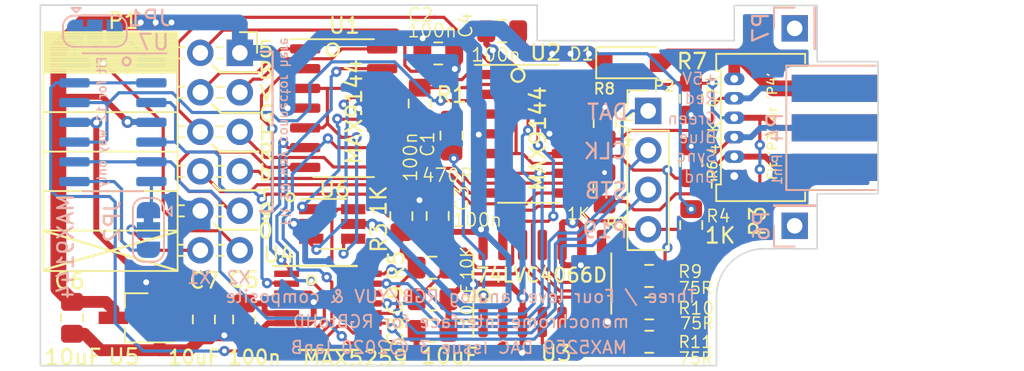
<source format=kicad_pcb>
(kicad_pcb (version 20171130) (host pcbnew 5.1.5+dfsg1-2build2)
  (layers (0 F.Cu signal) (31 B.Cu signal) (34 B.Paste user hide) (35 F.Paste user) (36 B.SilkS user hide) (37 F.SilkS user) (38 B.Mask user hide) (39 F.Mask user) (44 Edge.Cuts user))
  (net 0 "")
  (net 1 /GND)
  (net 2 /SYNC)
  (net 3 /BLUE)
  (net 4 /GREEN)
  (net 5 /RED)
  (net 6 /BRED)
  (net 7 /BGREEN)
  (net 8 /BBLUE)
  (net 9 /VSYNC)
  (net 10 /VANALOG)
  (net 11 /ASYNC)
  (net 12 /ARED)
  (net 13 /AGREEN)
  (net 14 /ABLUE)
  (net 15 "Net-(P6-Pad1)")
  (net 16 /REFSYNC)
  (net 17 /GPIO22_STB)
  (net 18 /GPIO0_DAT)
  (net 19 /VCC)
  (net 20 /GPIO1_CLK)
  (net 21 /CLAMPLVL)
  (net 22 /CGREEN)
  (net 23 /CLAMP)
  (net 24 /REFGYSYNC)
  (net 25 /REFRBUVLO)
  (net 26 /REFRBUVHI)
  (net 27 /REFGYHI)
  (net 28 /REFGYLO)
  (net 29 "Net-(U4-Pad14)")
  (net 30 /VCC_IN)
  (net 31 /SPARE)
  (net 32 /TERM)
  (net 33 /VCLAMP)
  (net 34 /SGREEN)
  (net 35 "Net-(JP1-Pad3)")
  (net 36 "Net-(JP1-Pad1)")
  (net 37 "Net-(JP2-Pad1)")
  (net 38 "Net-(JP2-Pad3)")
  (net 39 "Net-(R9-Pad2)")
  (net 40 "Net-(R10-Pad2)")
  (net 41 "Net-(R11-Pad2)")
  (net 42 "Net-(P7-Pad1)")
  (net 43 /X2)
  (net 44 /X1)
  (module Package_SO:SOIC-14_3.9x8.7mm_P1.27mm (layer F.Cu) (at 47.034 37.93236)
    (fp_text reference U1 (at 0.043 -5.3064) (layer F.SilkS))
    (fp_text value MAX9144 (at 0.668 0.2436 90) (layer F.SilkS))
    (pad 1 smd roundrect (at -2.475 -3.81) (size 1.95 0.6) (layers F.Cu F.Paste F.Mask) (net 4 /GREEN))
    (pad 2 smd roundrect (at -2.475 -2.54) (size 1.95 0.6) (layers F.Cu F.Paste F.Mask) (net 27 /REFGYHI))
    (pad 3 smd roundrect (at -2.475 -1.27) (size 1.95 0.6) (layers F.Cu F.Paste F.Mask) (net 34 /SGREEN))
    (pad 4 smd roundrect (at -2.475 0) (size 1.95 0.6) (layers F.Cu F.Paste F.Mask) (net 19 /VCC))
    (pad 5 smd roundrect (at -2.475 1.27) (size 1.95 0.6) (layers F.Cu F.Paste F.Mask) (net 34 /SGREEN))
    (pad 6 smd roundrect (at -2.475 2.54) (size 1.95 0.6) (layers F.Cu F.Paste F.Mask) (net 28 /REFGYLO))
    (pad 7 smd roundrect (at -2.475 3.81) (size 1.95 0.6) (layers F.Cu F.Paste F.Mask) (net 7 /BGREEN))
    (pad 8 smd roundrect (at 2.475 3.81) (size 1.95 0.6) (layers F.Cu F.Paste F.Mask) (net 2 /SYNC))
    (pad 9 smd roundrect (at 2.475 2.54) (size 1.95 0.6) (layers F.Cu F.Paste F.Mask) (net 16 /REFSYNC))
    (pad 10 smd roundrect (at 2.475 1.27) (size 1.95 0.6) (layers F.Cu F.Paste F.Mask) (net 11 /ASYNC))
    (pad 11 smd roundrect (at 2.475 0) (size 1.95 0.6) (layers F.Cu F.Paste F.Mask) (net 1 /GND))
    (pad 12 smd roundrect (at 2.475 -1.27) (size 1.95 0.6) (layers F.Cu F.Paste F.Mask) (net 34 /SGREEN))
    (pad 13 smd roundrect (at 2.475 -2.54) (size 1.95 0.6) (layers F.Cu F.Paste F.Mask) (net 24 /REFGYSYNC))
    (pad 14 smd roundrect (at 2.475 -3.81) (size 1.95 0.6) (layers F.Cu F.Paste F.Mask) (net 9 /VSYNC))
  )
  (module Capacitor_SMD:C_0805_2012Metric_Pad1.15x1.40mm_HandSolder (layer F.Cu) (at 53.0792 44.86656 90)
    (fp_text reference C3 (at 1.1156 1.5478 270) (layer F.SilkS) (effects (font (size 0.85 0.85) (thickness 0.1))))
    (fp_text value 100n (at -0.2594 2.5478 180) (layer F.SilkS) (effects (font (size 0.85 0.85) (thickness 0.1))))
    (pad 2 smd roundrect (at 1.025 0 90) (size 1.15 1.4) (layers F.Cu F.Paste F.Mask) (roundrect_rratio 0.217391) (net 1 /GND))
    (pad 1 smd roundrect (at -1.025 0 90) (size 1.15 1.4) (layers F.Cu F.Paste F.Mask) (roundrect_rratio 0.217391) (net 19 /VCC))
  )
  (module Connector_PinHeader_2.54mm:PinHeader_1x04_P2.54mm_Vertical (layer F.Cu) (at 66.6174 38.11016)
    (fp_text reference P2 (at 1.016 -1.6002) (layer F.SilkS) (effects (font (size 0.7 0.7) (thickness 0.12))))
    (fp_text value Conn_01x04 hide)
    (pad 4 thru_hole oval (at 0 7.62) (size 1.7 1.7) (drill 1) (layers *.Cu *.Mask) (net 23 /CLAMP))
    (pad 3 thru_hole oval (at 0 5.08) (size 1.7 1.7) (drill 1) (layers *.Cu *.Mask) (net 17 /GPIO22_STB))
    (pad 2 thru_hole oval (at 0 2.54) (size 1.7 1.7) (drill 1) (layers *.Cu *.Mask) (net 20 /GPIO1_CLK))
    (pad 1 thru_hole rect (at 0 0) (size 1.7 1.7) (drill 1) (layers *.Cu *.Mask) (net 18 /GPIO0_DAT))
  )
  (module Package_SO:SOIC-14_3.9x8.7mm_P1.27mm (layer F.Cu) (at 59.8102 49.20996 90)
    (fp_text reference U3 (at -4.491 0.8918) (layer F.SilkS))
    (fp_text value 74LVC4066D (at 0.534 -0.0582 180) (layer F.SilkS) (effects (font (size 0.9 0.9))))
    (pad 1 smd roundrect (at -2.475 -3.81 90) (size 1.95 0.6) (layers F.Cu F.Paste F.Mask) (net 33 /VCLAMP))
    (pad 2 smd roundrect (at -2.475 -2.54 90) (size 1.95 0.6) (layers F.Cu F.Paste F.Mask) (net 21 /CLAMPLVL))
    (pad 3 smd roundrect (at -2.475 -1.27 90) (size 1.95 0.6) (layers F.Cu F.Paste F.Mask) (net 1 /GND))
    (pad 4 smd roundrect (at -2.475 0 90) (size 1.95 0.6) (layers F.Cu F.Paste F.Mask) (net 41 "Net-(R11-Pad2)"))
    (pad 5 smd roundrect (at -2.475 1.27 90) (size 1.95 0.6) (layers F.Cu F.Paste F.Mask) (net 32 /TERM))
    (pad 6 smd roundrect (at -2.475 2.54 90) (size 1.95 0.6) (layers F.Cu F.Paste F.Mask) (net 32 /TERM))
    (pad 7 smd roundrect (at -2.475 3.81 90) (size 1.95 0.6) (layers F.Cu F.Paste F.Mask) (net 1 /GND))
    (pad 8 smd roundrect (at 2.475 3.81 90) (size 1.95 0.6) (layers F.Cu F.Paste F.Mask) (net 39 "Net-(R9-Pad2)"))
    (pad 9 smd roundrect (at 2.475 2.54 90) (size 1.95 0.6) (layers F.Cu F.Paste F.Mask) (net 1 /GND))
    (pad 10 smd roundrect (at 2.475 1.27 90) (size 1.95 0.6) (layers F.Cu F.Paste F.Mask) (net 1 /GND))
    (pad 11 smd roundrect (at 2.475 0 90) (size 1.95 0.6) (layers F.Cu F.Paste F.Mask) (net 40 "Net-(R10-Pad2)"))
    (pad 12 smd roundrect (at 2.475 -1.27 90) (size 1.95 0.6) (layers F.Cu F.Paste F.Mask) (net 32 /TERM))
    (pad 13 smd roundrect (at 2.475 -2.54 90) (size 1.95 0.6) (layers F.Cu F.Paste F.Mask) (net 23 /CLAMP))
    (pad 14 smd roundrect (at 2.475 -3.81 90) (size 1.95 0.6) (layers F.Cu F.Paste F.Mask) (net 19 /VCC))
  )
  (module Package_SO:QSOP-16_3.9x4.9mm_P0.635mm (layer F.Cu) (at 46.018 50.81016)
    (fp_text reference U4 (at -3.1496 -3.4544) (layer F.SilkS))
    (fp_text value MAX5259EEE+)
    (fp_text user MAX5259 (at 1.759 3.2158 180) (layer F.SilkS))
    (pad 1 smd rect (at -2.6543 -2.2225) (size 1.6 0.41) (layers F.Cu F.Paste F.Mask) (net 28 /REFGYLO))
    (pad 2 smd rect (at -2.6543 -1.5875) (size 1.6 0.41) (layers F.Cu F.Paste F.Mask) (net 27 /REFGYHI))
    (pad 3 smd rect (at -2.6543 -0.9525) (size 1.6 0.41) (layers F.Cu F.Paste F.Mask) (net 1 /GND))
    (pad 4 smd rect (at -2.6543 -0.3175) (size 1.6 0.41) (layers F.Cu F.Paste F.Mask) (net 10 /VANALOG))
    (pad 5 smd rect (at -2.6543 0.3175) (size 1.6 0.41) (layers F.Cu F.Paste F.Mask) (net 10 /VANALOG))
    (pad 6 smd rect (at -2.6543 0.9525) (size 1.6 0.41) (layers F.Cu F.Paste F.Mask) (net 1 /GND))
    (pad 7 smd rect (at -2.6543 1.5875) (size 1.6 0.41) (layers F.Cu F.Paste F.Mask) (net 24 /REFGYSYNC))
    (pad 8 smd rect (at -2.6543 2.2225) (size 1.6 0.41) (layers F.Cu F.Paste F.Mask) (net 16 /REFSYNC))
    (pad 9 smd rect (at 2.6543 2.2225) (size 1.6 0.41) (layers F.Cu F.Paste F.Mask) (net 21 /CLAMPLVL))
    (pad 10 smd rect (at 2.6543 1.5875) (size 1.6 0.41) (layers F.Cu F.Paste F.Mask) (net 31 /SPARE))
    (pad 11 smd rect (at 2.6543 0.9525) (size 1.6 0.41) (layers F.Cu F.Paste F.Mask) (net 17 /GPIO22_STB))
    (pad 12 smd rect (at 2.6543 0.3175) (size 1.6 0.41) (layers F.Cu F.Paste F.Mask) (net 20 /GPIO1_CLK))
    (pad 13 smd rect (at 2.6543 -0.3175) (size 1.6 0.41) (layers F.Cu F.Paste F.Mask) (net 18 /GPIO0_DAT))
    (pad 14 smd rect (at 2.6543 -0.9525) (size 1.6 0.41) (layers F.Cu F.Paste F.Mask) (net 29 "Net-(U4-Pad14)"))
    (pad 15 smd rect (at 2.6543 -1.5875) (size 1.6 0.41) (layers F.Cu F.Paste F.Mask) (net 25 /REFRBUVLO))
    (pad 16 smd rect (at 2.6543 -2.2225) (size 1.6 0.41) (layers F.Cu F.Paste F.Mask) (net 26 /REFRBUVHI))
  )
  (module Resistor_SMD:R_0805_2012Metric_Pad1.15x1.40mm_HandSolder (layer F.Cu) (at 69.386 45.45076 270)
    (fp_text reference R4 (at -0.5748 -1.741) (layer F.SilkS) (effects (font (size 0.8 0.8) (thickness 0.1))))
    (fp_text value 1K (at 0.6752 -1.866 180) (layer F.SilkS))
    (pad 2 smd roundrect (at 1.025 0 270) (size 1.15 1.4) (layers F.Cu F.Paste F.Mask) (roundrect_rratio 0.217391) (net 23 /CLAMP))
    (pad 1 smd roundrect (at -1.025 0 270) (size 1.15 1.4) (layers F.Cu F.Paste F.Mask) (roundrect_rratio 0.217391) (net 19 /VCC))
  )
  (module Resistor_SMD:R_0805_2012Metric_Pad1.15x1.40mm_HandSolder (layer F.Cu) (at 69.386 41.41216 90)
    (fp_text reference R6 (at -0.4888 1.366 90) (layer F.SilkS) (effects (font (size 0.6 0.6) (thickness 0.1))))
    (fp_text value 47K (at 1.5612 1.466 90) (layer F.SilkS) (effects (font (size 0.75 0.75) (thickness 0.1))))
    (pad 1 smd roundrect (at -1.025 0 90) (size 1.15 1.4) (layers F.Cu F.Paste F.Mask) (roundrect_rratio 0.217391) (net 14 /ABLUE))
    (pad 2 smd roundrect (at 1.025 0 90) (size 1.15 1.4) (layers F.Cu F.Paste F.Mask) (roundrect_rratio 0.217391) (net 1 /GND))
  )
  (module Resistor_SMD:R_0805_2012Metric_Pad1.15x1.40mm_HandSolder (layer F.Cu) (at 69.3733 37.32276 270)
    (fp_text reference R7 (at -2.4003 -0.0635) (layer F.SilkS))
    (fp_text value 47K (at -0.4468 -1.4537 90) (layer F.SilkS) (effects (font (size 0.75 0.75) (thickness 0.1))))
    (pad 2 smd roundrect (at 1.025 0 270) (size 1.15 1.4) (layers F.Cu F.Paste F.Mask) (roundrect_rratio 0.217391) (net 1 /GND))
    (pad 1 smd roundrect (at -1.025 0 270) (size 1.15 1.4) (layers F.Cu F.Paste F.Mask) (roundrect_rratio 0.217391) (net 13 /AGREEN))
  )
  (module Resistor_SMD:R_0805_2012Metric_Pad1.15x1.40mm_HandSolder (layer F.Cu) (at 63.8234 38.90126 90)
    (fp_text reference R8 (at 2.2135 -0.0254) (layer F.SilkS) (effects (font (size 0.7 0.7) (thickness 0.12))))
    (fp_text value 47K (at -0.3997 1.4536 90) (layer F.SilkS) (effects (font (size 0.85 0.85) (thickness 0.1))))
    (pad 1 smd roundrect (at -1.025 0 90) (size 1.15 1.4) (layers F.Cu F.Paste F.Mask) (roundrect_rratio 0.217391) (net 12 /ARED))
    (pad 2 smd roundrect (at 1.025 0 90) (size 1.15 1.4) (layers F.Cu F.Paste F.Mask) (roundrect_rratio 0.217391) (net 1 /GND))
  )
  (module Capacitor_SMD:C_0805_2012Metric_Pad1.15x1.40mm_HandSolder (layer F.Cu) (at 57.22956 32.98444 180)
    (fp_text reference C4 (at 2.35256 0.38348 90) (layer F.SilkS) (effects (font (size 0.85 0.85) (thickness 0.1))))
    (fp_text value 100n (at 0.40256 -1.51652) (layer F.SilkS) (effects (font (size 0.85 0.85) (thickness 0.1))))
    (pad 2 smd roundrect (at 1.025 0 180) (size 1.15 1.4) (layers F.Cu F.Paste F.Mask) (roundrect_rratio 0.217391) (net 1 /GND))
    (pad 1 smd roundrect (at -1.025 0 180) (size 1.15 1.4) (layers F.Cu F.Paste F.Mask) (roundrect_rratio 0.217391) (net 19 /VCC))
  )
  (module Capacitor_SMD:C_0805_2012Metric_Pad1.15x1.40mm_HandSolder (layer F.Cu) (at 38.0424 51.52136 270)
    (fp_text reference C7 (at -2.4954 -0.0346) (layer F.SilkS))
    (fp_text value 10uF (at 2.4296 0.6404 180) (layer F.SilkS) (effects (font (size 0.9 0.9))))
    (pad 1 smd roundrect (at -1.025 0 270) (size 1.15 1.4) (layers F.Cu F.Paste F.Mask) (roundrect_rratio 0.217391) (net 10 /VANALOG))
    (pad 2 smd roundrect (at 1.025 0 270) (size 1.15 1.4) (layers F.Cu F.Paste F.Mask) (roundrect_rratio 0.217391) (net 1 /GND))
  )
  (module Connector_PinHeader_2.54mm:PinHeader_1x01_P2.54mm_Vertical (layer B.Cu) (at 76.0408 45.50096)
    (fp_text reference P6 (at -2.1336 0 90) (layer B.SilkS) (effects (justify mirror)))
    (fp_text value Conn_01x01)
    (pad 1 thru_hole rect (at 0 0) (size 1.7 1.7) (drill 1) (layers *.Cu *.Mask) (net 15 "Net-(P6-Pad1)"))
  )
  (module Capacitor_SMD:C_0805_2012Metric_Pad1.15x1.40mm_HandSolder (layer F.Cu) (at 29.5588 51.41976 270)
    (fp_text reference C6 (at -2.3688 0.1568) (layer F.SilkS))
    (fp_text value 10uF (at 2.5312 -0.0682 180) (layer F.SilkS))
    (pad 2 smd roundrect (at 1.025 0 270) (size 1.15 1.4) (layers F.Cu F.Paste F.Mask) (roundrect_rratio 0.217391) (net 1 /GND))
    (pad 1 smd roundrect (at -1.025 0 270) (size 1.15 1.4) (layers F.Cu F.Paste F.Mask) (roundrect_rratio 0.217391) (net 19 /VCC))
  )
  (module Package_TO_SOT_SMD:SOT-23_Handsoldering (layer F.Cu) (at 33.7244 51.41976 180)
    (fp_text reference U5 (at 0.8224 -2.5062) (layer F.SilkS))
    (fp_text value MCP1754S-3302xCB)
    (pad 1 smd rect (at -1.5 -0.95 180) (size 1.9 0.8) (layers F.Cu F.Paste F.Mask) (net 1 /GND))
    (pad 2 smd rect (at -1.5 0.95 180) (size 1.9 0.8) (layers F.Cu F.Paste F.Mask) (net 10 /VANALOG))
    (pad 3 smd rect (at 1.5 0 180) (size 1.9 0.8) (layers F.Cu F.Paste F.Mask) (net 19 /VCC))
  )
  (module Capacitor_SMD:C_0805_2012Metric_Pad1.15x1.40mm_HandSolder (layer F.Cu) (at 52.749 52.25796)
    (fp_text reference C8 (at -2.3876 0.0381 90) (layer F.SilkS))
    (fp_text value 10uF (at 1.103 1.618) (layer F.SilkS))
    (pad 2 smd roundrect (at 1.025 0) (size 1.15 1.4) (layers F.Cu F.Paste F.Mask) (roundrect_rratio 0.217391) (net 1 /GND))
    (pad 1 smd roundrect (at -1.025 0) (size 1.15 1.4) (layers F.Cu F.Paste F.Mask) (roundrect_rratio 0.217391) (net 21 /CLAMPLVL))
  )
  (module Capacitor_SMD:C_0805_2012Metric_Pad1.15x1.40mm_HandSolder (layer F.Cu) (at 51.9235 37.64026 270)
    (fp_text reference C1 (at 2.6107 -0.5035 90) (layer F.SilkS) (effects (font (size 0.85 0.85) (thickness 0.1))))
    (fp_text value 100n (at 3.4357 0.5965 270) (layer F.SilkS) (effects (font (size 0.85 0.85) (thickness 0.1))))
    (pad 1 smd roundrect (at -1.025 0 270) (size 1.15 1.4) (layers F.Cu F.Paste F.Mask) (roundrect_rratio 0.217391) (net 13 /AGREEN))
    (pad 2 smd roundrect (at 1.025 0 270) (size 1.15 1.4) (layers F.Cu F.Paste F.Mask) (roundrect_rratio 0.217391) (net 22 /CGREEN))
  )
  (module Capacitor_SMD:C_0805_2012Metric_Pad1.15x1.40mm_HandSolder (layer F.Cu) (at 40.6332 51.52136 270)
    (fp_text reference C5 (at -2.5454 0.0062) (layer F.SilkS))
    (fp_text value 100n (at 2.4296 -0.6688 180) (layer F.SilkS) (effects (font (size 0.9 0.9))))
    (pad 1 smd roundrect (at -1.025 0 270) (size 1.15 1.4) (layers F.Cu F.Paste F.Mask) (roundrect_rratio 0.217391) (net 10 /VANALOG))
    (pad 2 smd roundrect (at 1.025 0 270) (size 1.15 1.4) (layers F.Cu F.Paste F.Mask) (roundrect_rratio 0.217391) (net 1 /GND))
  )
  (module Resistor_SMD:R_0805_2012Metric_Pad1.15x1.40mm_HandSolder (layer F.Cu) (at 63.8107 43.10126 90)
    (fp_text reference R2 (at -2.2497 0.7663 180) (layer F.SilkS) (effects (font (size 0.7 0.7) (thickness 0.12))))
    (fp_text value 1K (at -1.6247 -1.6837) (layer F.SilkS) (effects (font (size 0.75 0.75) (thickness 0.1))))
    (pad 1 smd roundrect (at -1.025 0 90) (size 1.15 1.4) (layers F.Cu F.Paste F.Mask) (roundrect_rratio 0.217391) (net 11 /ASYNC))
    (pad 2 smd roundrect (at 1.025 0 90) (size 1.15 1.4) (layers F.Cu F.Paste F.Mask) (roundrect_rratio 0.217391) (net 1 /GND))
  )
  (module Capacitor_SMD:C_0805_2012Metric_Pad1.15x1.40mm_HandSolder (layer F.Cu) (at 53.1173 34.41446)
    (fp_text reference C2 (at -1.1403 -2.4885 180) (layer F.SilkS) (effects (font (size 0.85 0.85) (thickness 0.1))))
    (fp_text value 100n (at -0.3903 -1.4635) (layer F.SilkS) (effects (font (size 0.85 0.85) (thickness 0.1))))
    (pad 1 smd roundrect (at -1.025 0) (size 1.15 1.4) (layers F.Cu F.Paste F.Mask) (roundrect_rratio 0.217391) (net 19 /VCC))
    (pad 2 smd roundrect (at 1.025 0) (size 1.15 1.4) (layers F.Cu F.Paste F.Mask) (roundrect_rratio 0.217391) (net 1 /GND))
  )
  (module Resistor_SMD:R_0805_2012Metric_Pad1.15x1.40mm_HandSolder (layer F.Cu) (at 53.9682 39.69766 270)
    (fp_text reference R1 (at -2.6217 -0.0088) (layer F.SilkS))
    (fp_text value 470R (at 2.5533 0.2662) (layer F.SilkS) (effects (font (size 0.85 0.85) (thickness 0.1))))
    (pad 1 smd roundrect (at -1.025 0 270) (size 1.15 1.4) (layers F.Cu F.Paste F.Mask) (roundrect_rratio 0.217391) (net 22 /CGREEN))
    (pad 2 smd roundrect (at 1.025 0 270) (size 1.15 1.4) (layers F.Cu F.Paste F.Mask) (roundrect_rratio 0.217391) (net 33 /VCLAMP))
  )
  (module Package_SO:SOIC-14_3.9x8.7mm_P1.27mm (layer F.Cu) (at 58.9085 39.58336)
    (fp_text reference U2 (at 1.1185 -5.2324) (layer F.SilkS))
    (fp_text value MAX9144 (at 0.6185 0.3176 90) (layer F.SilkS))
    (pad 1 smd roundrect (at -2.475 -3.81) (size 1.95 0.6) (layers F.Cu F.Paste F.Mask) (net 3 /BLUE))
    (pad 2 smd roundrect (at -2.475 -2.54) (size 1.95 0.6) (layers F.Cu F.Paste F.Mask) (net 26 /REFRBUVHI))
    (pad 3 smd roundrect (at -2.475 -1.27) (size 1.95 0.6) (layers F.Cu F.Paste F.Mask) (net 14 /ABLUE))
    (pad 4 smd roundrect (at -2.475 0) (size 1.95 0.6) (layers F.Cu F.Paste F.Mask) (net 19 /VCC))
    (pad 5 smd roundrect (at -2.475 1.27) (size 1.95 0.6) (layers F.Cu F.Paste F.Mask) (net 14 /ABLUE))
    (pad 6 smd roundrect (at -2.475 2.54) (size 1.95 0.6) (layers F.Cu F.Paste F.Mask) (net 25 /REFRBUVLO))
    (pad 7 smd roundrect (at -2.475 3.81) (size 1.95 0.6) (layers F.Cu F.Paste F.Mask) (net 8 /BBLUE))
    (pad 8 smd roundrect (at 2.475 3.81) (size 1.95 0.6) (layers F.Cu F.Paste F.Mask) (net 6 /BRED))
    (pad 9 smd roundrect (at 2.475 2.54) (size 1.95 0.6) (layers F.Cu F.Paste F.Mask) (net 25 /REFRBUVLO))
    (pad 10 smd roundrect (at 2.475 1.27) (size 1.95 0.6) (layers F.Cu F.Paste F.Mask) (net 12 /ARED))
    (pad 11 smd roundrect (at 2.475 0) (size 1.95 0.6) (layers F.Cu F.Paste F.Mask) (net 1 /GND))
    (pad 12 smd roundrect (at 2.475 -1.27) (size 1.95 0.6) (layers F.Cu F.Paste F.Mask) (net 12 /ARED))
    (pad 13 smd roundrect (at 2.475 -2.54) (size 1.95 0.6) (layers F.Cu F.Paste F.Mask) (net 26 /REFRBUVHI))
    (pad 14 smd roundrect (at 2.475 -3.81) (size 1.95 0.6) (layers F.Cu F.Paste F.Mask) (net 5 /RED))
  )
  (module Capacitor_SMD:C_0805_2012Metric_Pad1.15x1.40mm_HandSolder (layer F.Cu) (at 52.749 50.22596)
    (fp_text reference C9 (at -2.3876 0.0635 270) (layer F.SilkS))
    (fp_text value 10uF (at 2.228 0.375 90) (layer F.SilkS) (effects (font (size 0.75 0.75) (thickness 0.1))))
    (pad 2 smd roundrect (at 1.025 0) (size 1.15 1.4) (layers F.Cu F.Paste F.Mask) (roundrect_rratio 0.217391) (net 1 /GND))
    (pad 1 smd roundrect (at -1.025 0) (size 1.15 1.4) (layers F.Cu F.Paste F.Mask) (roundrect_rratio 0.217391) (net 32 /TERM))
  )
  (module Resistor_SMD:R_0805_2012Metric_Pad1.15x1.40mm_HandSolder (layer F.Cu) (at 52.749 48.19396 180)
    (fp_text reference R5 (at 2.322 0.118 90) (layer F.SilkS))
    (fp_text value 10K (at -2.203 0.293 270) (layer F.SilkS) (effects (font (size 0.75 0.75) (thickness 0.1))))
    (pad 1 smd roundrect (at -1.025 0 180) (size 1.15 1.4) (layers F.Cu F.Paste F.Mask) (roundrect_rratio 0.217391) (net 32 /TERM))
    (pad 2 smd roundrect (at 1.025 0 180) (size 1.15 1.4) (layers F.Cu F.Paste F.Mask) (roundrect_rratio 0.217391) (net 20 /GPIO1_CLK))
  )
  (module Resistor_SMD:R_0805_2012Metric_Pad1.15x1.40mm_HandSolder (layer F.Cu) (at 50.7424 44.87672 90)
    (fp_text reference R3 (at -1.37424 -1.4404 90) (layer F.SilkS))
    (fp_text value 1K (at 1.00076 -1.4654 270) (layer F.SilkS))
    (pad 2 smd roundrect (at 1.025 0 90) (size 1.15 1.4) (layers F.Cu F.Paste F.Mask) (roundrect_rratio 0.217391) (net 1 /GND))
    (pad 1 smd roundrect (at -1.025 0 90) (size 1.15 1.4) (layers F.Cu F.Paste F.Mask) (roundrect_rratio 0.217391) (net 20 /GPIO1_CLK))
  )
  (module Package_TO_SOT_SMD:SOT-23-6_Handsoldering (layer F.Cu) (at 46.2974 45.38218)
    (fp_text reference U6 (at 0.1546 -2.21488) (layer F.SilkS))
    (fp_text value TS5A3159ADBVR)
    (pad 1 smd rect (at -1.35 -0.95) (size 1.56 0.65) (layers F.Cu F.Paste F.Mask) (net 22 /CGREEN))
    (pad 2 smd rect (at -1.35 0) (size 1.56 0.65) (layers F.Cu F.Paste F.Mask) (net 1 /GND))
    (pad 3 smd rect (at -1.35 0.95) (size 1.56 0.65) (layers F.Cu F.Paste F.Mask) (net 13 /AGREEN))
    (pad 4 smd rect (at 1.35 0.95) (size 1.56 0.65) (layers F.Cu F.Paste F.Mask) (net 34 /SGREEN))
    (pad 6 smd rect (at 1.35 -0.95) (size 1.56 0.65) (layers F.Cu F.Paste F.Mask) (net 18 /GPIO0_DAT))
    (pad 5 smd rect (at 1.35 0) (size 1.56 0.65) (layers F.Cu F.Paste F.Mask) (net 19 /VCC))
  )
  (module Package_SO:SOIC-14_3.9x8.7mm_P1.27mm (layer B.Cu) (at 32.19128 38.84422 180)
    (fp_text reference U7 (at -2.6162 5.15366) (layer B.SilkS) (effects (justify mirror)))
    (fp_text value MAX9144-Comparator)
    (fp_text user MAX9144 (at 3.03928 -7.98174 270) (layer B.SilkS) (effects (justify mirror)))
    (pad 1 smd roundrect (at -2.475 3.81 180) (size 1.95 0.6) (layers B.Cu B.Paste B.Mask) (net 35 "Net-(JP1-Pad3)"))
    (pad 2 smd roundrect (at -2.475 2.54 180) (size 1.95 0.6) (layers B.Cu B.Paste B.Mask) (net 31 /SPARE))
    (pad 3 smd roundrect (at -2.475 1.27 180) (size 1.95 0.6) (layers B.Cu B.Paste B.Mask) (net 12 /ARED))
    (pad 4 smd roundrect (at -2.475 0 180) (size 1.95 0.6) (layers B.Cu B.Paste B.Mask) (net 19 /VCC))
    (pad 5 smd roundrect (at -2.475 -1.27 180) (size 1.95 0.6) (layers B.Cu B.Paste B.Mask) (net 12 /ARED))
    (pad 6 smd roundrect (at -2.475 -2.54 180) (size 1.95 0.6) (layers B.Cu B.Paste B.Mask) (net 21 /CLAMPLVL))
    (pad 7 smd roundrect (at -2.475 -3.81 180) (size 1.95 0.6) (layers B.Cu B.Paste B.Mask) (net 37 "Net-(JP2-Pad1)"))
    (pad 8 smd roundrect (at 2.475 -3.81 180) (size 1.95 0.6) (layers B.Cu B.Paste B.Mask) (net 38 "Net-(JP2-Pad3)"))
    (pad 9 smd roundrect (at 2.475 -2.54 180) (size 1.95 0.6) (layers B.Cu B.Paste B.Mask) (net 21 /CLAMPLVL))
    (pad 10 smd roundrect (at 2.475 -1.27 180) (size 1.95 0.6) (layers B.Cu B.Paste B.Mask) (net 14 /ABLUE))
    (pad 11 smd roundrect (at 2.475 0 180) (size 1.95 0.6) (layers B.Cu B.Paste B.Mask) (net 1 /GND))
    (pad 12 smd roundrect (at 2.475 1.27 180) (size 1.95 0.6) (layers B.Cu B.Paste B.Mask) (net 14 /ABLUE))
    (pad 13 smd roundrect (at 2.475 2.54 180) (size 1.95 0.6) (layers B.Cu B.Paste B.Mask) (net 31 /SPARE))
    (pad 14 smd roundrect (at 2.475 3.81 180) (size 1.95 0.6) (layers B.Cu B.Paste B.Mask) (net 36 "Net-(JP1-Pad1)"))
  )
  (module Resistor_SMD:R_0805_2012Metric_Pad1.15x1.40mm_HandSolder (layer F.Cu) (at 66.67836 48.72482 180)
    (fp_text reference R9 (at -2.6412 0.27386) (layer F.SilkS) (effects (font (size 0.8 0.8) (thickness 0.1))))
    (fp_text value 75R (at -2.99864 -0.77614) (layer F.SilkS) (effects (font (size 0.75 0.75) (thickness 0.1))))
    (pad 2 smd roundrect (at 1.025 0 180) (size 1.15 1.4) (layers F.Cu F.Paste F.Mask) (roundrect_rratio 0.217391) (net 39 "Net-(R9-Pad2)"))
    (pad 1 smd roundrect (at -1.025 0 180) (size 1.15 1.4) (layers F.Cu F.Paste F.Mask) (roundrect_rratio 0.217391) (net 14 /ABLUE))
  )
  (module Resistor_SMD:R_0805_2012Metric_Pad1.15x1.40mm_HandSolder (layer F.Cu) (at 66.68852 50.81016 180)
    (fp_text reference R10 (at -3.01348 0.0092) (layer F.SilkS) (effects (font (size 0.8 0.8) (thickness 0.1))))
    (fp_text value 75R (at -3.06348 -0.9658) (layer F.SilkS) (effects (font (size 0.75 0.75) (thickness 0.1))))
    (pad 2 smd roundrect (at 1.025 0 180) (size 1.15 1.4) (layers F.Cu F.Paste F.Mask) (roundrect_rratio 0.217391) (net 40 "Net-(R10-Pad2)"))
    (pad 1 smd roundrect (at -1.025 0 180) (size 1.15 1.4) (layers F.Cu F.Paste F.Mask) (roundrect_rratio 0.217391) (net 13 /AGREEN))
  )
  (module Resistor_SMD:R_0805_2012Metric_Pad1.15x1.40mm_HandSolder (layer F.Cu) (at 66.68852 52.959 180)
    (fp_text reference R11 (at -2.96348 -0.01696) (layer F.SilkS) (effects (font (size 0.75 0.75) (thickness 0.1))))
    (fp_text value 75R (at -2.98848 -1.06696 180) (layer F.SilkS) (effects (font (size 0.75 0.75) (thickness 0.1))))
    (pad 1 smd roundrect (at -1.025 0 180) (size 1.15 1.4) (layers F.Cu F.Paste F.Mask) (roundrect_rratio 0.217391) (net 12 /ARED))
    (pad 2 smd roundrect (at 1.025 0 180) (size 1.15 1.4) (layers F.Cu F.Paste F.Mask) (roundrect_rratio 0.217391) (net 41 "Net-(R11-Pad2)"))
  )
  (module Connector_PinSocket_2.54mm:PinSocket_2x06_P2.54mm_Horizontal (layer F.Cu) (at 40.3538 34.37636)
    (fp_text reference P1 (at -7.493 -2.0574) (layer F.SilkS))
    (fp_text value Conn_02x06_Odd_Even)
    (pad 1 thru_hole rect (at 0 0) (size 1.7 1.7) (drill 1) (layers *.Cu *.Mask) (net 19 /VCC))
    (pad 2 thru_hole oval (at -2.54 0) (size 1.7 1.7) (drill 1) (layers *.Cu *.Mask) (net 3 /BLUE))
    (pad 3 thru_hole oval (at 0 2.54) (size 1.7 1.7) (drill 1) (layers *.Cu *.Mask) (net 9 /VSYNC))
    (pad 4 thru_hole oval (at -2.54 2.54) (size 1.7 1.7) (drill 1) (layers *.Cu *.Mask) (net 4 /GREEN))
    (pad 5 thru_hole oval (at 0 5.08) (size 1.7 1.7) (drill 1) (layers *.Cu *.Mask) (net 2 /SYNC))
    (pad 6 thru_hole oval (at -2.54 5.08) (size 1.7 1.7) (drill 1) (layers *.Cu *.Mask) (net 5 /RED))
    (pad 7 thru_hole oval (at 0 7.62) (size 1.7 1.7) (drill 1) (layers *.Cu *.Mask) (net 8 /BBLUE))
    (pad 8 thru_hole oval (at -2.54 7.62) (size 1.7 1.7) (drill 1) (layers *.Cu *.Mask) (net 6 /BRED))
    (pad 9 thru_hole oval (at 0 10.16) (size 1.7 1.7) (drill 1) (layers *.Cu *.Mask) (net 7 /BGREEN))
    (pad 10 thru_hole oval (at -2.54 10.16) (size 1.7 1.7) (drill 1) (layers *.Cu *.Mask) (net 1 /GND))
    (pad 11 thru_hole oval (at 0 12.7) (size 1.7 1.7) (drill 1) (layers *.Cu *.Mask) (net 43 /X2))
    (pad 12 thru_hole oval (at -2.54 12.7) (size 1.7 1.7) (drill 1) (layers *.Cu *.Mask) (net 44 /X1))
  )
  (module Jumper:SolderJumper-3_P1.3mm_Bridged12_RoundedPad1.0x1.5mm (layer B.Cu) (at 31.032 32.98444)
    (fp_text reference JP1 (at 3.49758 -0.8382) (layer B.SilkS) (effects (justify mirror)))
    (fp_text value SolderJumper_3_Bridged12)
    (fp_poly (pts (xy -0.9 0.3) (xy -0.4 0.3) (xy -0.4 -0.3) (xy -0.9 -0.3)) (layer B.Cu) (width 0))
    (pad 1 smd custom (at -1.3 0) (size 1 0.5) (layers B.Cu B.Mask) (net 36 "Net-(JP1-Pad1)") (options (clearance outline) (anchor rect)) (primitives (gr_circle (center 0 -0.25) (end 0.5 -0.25) (width 0)) (gr_circle (center 0 0.25) (end 0.5 0.25) (width 0)) (gr_poly (pts (xy 0.55 0.75) (xy 0 0.75) (xy 0 -0.75) (xy 0.55 -0.75)) (width 0))))
    (pad 2 smd rect (at 0 0) (size 1 1.5) (layers B.Cu B.Mask) (net 43 /X2))
    (pad 3 smd custom (at 1.3 0) (size 1 0.5) (layers B.Cu B.Mask) (net 35 "Net-(JP1-Pad3)") (options (clearance outline) (anchor rect)) (primitives (gr_circle (center 0 -0.25) (end 0.5 -0.25) (width 0)) (gr_circle (center 0 0.25) (end 0.5 0.25) (width 0)) (gr_poly (pts (xy -0.55 0.75) (xy 0 0.75) (xy 0 -0.75) (xy -0.55 -0.75)) (width 0))))
  )
  (module Jumper:SolderJumper-3_P1.3mm_Bridged12_RoundedPad1.0x1.5mm (layer B.Cu) (at 34.47624 45.76572 270)
    (fp_text reference JP2 (at -0.5461 2.32664 90) (layer B.SilkS) (effects (justify mirror)))
    (fp_text value SolderJumper_3_Bridged12)
    (fp_poly (pts (xy -0.9 0.3) (xy -0.4 0.3) (xy -0.4 -0.3) (xy -0.9 -0.3)) (layer B.Cu) (width 0))
    (pad 3 smd custom (at 1.3 0 270) (size 1 0.5) (layers B.Cu B.Mask) (net 38 "Net-(JP2-Pad3)") (options (clearance outline) (anchor rect)) (primitives (gr_circle (center 0 -0.25) (end 0.5 -0.25) (width 0)) (gr_circle (center 0 0.25) (end 0.5 0.25) (width 0)) (gr_poly (pts (xy -0.55 0.75) (xy 0 0.75) (xy 0 -0.75) (xy -0.55 -0.75)) (width 0))))
    (pad 2 smd rect (at 0 0 270) (size 1 1.5) (layers B.Cu B.Mask) (net 44 /X1))
    (pad 1 smd custom (at -1.3 0 270) (size 1 0.5) (layers B.Cu B.Mask) (net 37 "Net-(JP2-Pad1)") (options (clearance outline) (anchor rect)) (primitives (gr_circle (center 0 -0.25) (end 0.5 -0.25) (width 0)) (gr_circle (center 0 0.25) (end 0.5 0.25) (width 0)) (gr_poly (pts (xy 0.55 0.75) (xy 0 0.75) (xy 0 -0.75) (xy 0.55 -0.75)) (width 0))))
  )
  (module Diode_SMD:D_SOD-123 (layer F.Cu) (at 65.5252 35.01136)
    (fp_text reference D1 (at -3.2004 -0.5588) (layer F.SilkS) (effects (font (size 0.8 0.8) (thickness 0.12))))
    (fp_text value D_Schottky hide)
    (pad 1 smd rect (at -1.65 0) (size 0.9 1.2) (layers F.Cu F.Paste F.Mask) (net 19 /VCC))
    (pad 2 smd rect (at 1.65 0) (size 0.9 1.2) (layers F.Cu F.Paste F.Mask) (net 30 /VCC_IN))
  )
  (module Connector_PinHeader_2.54mm:PinHeader_1x01_P2.54mm_Vertical (layer B.Cu) (at 76.0408 32.80156 270)
    (fp_text reference P7 (at -0.0508 2.1844 270) (layer B.SilkS) (effects (justify mirror)))
    (fp_text value Conn_01x01)
    (pad 1 thru_hole rect (at 0 0 270) (size 1.7 1.7) (drill 1) (layers *.Cu *.Mask) (net 42 "Net-(P7-Pad1)"))
  )
  (module Connector_Molex:Molex_PicoBlade_53048-0610_1x06_P1.25mm_Horizontal_Custom2 (layer F.Cu) (at 72.1546 42.30096 90)
    (fp_text reference P3 (at -2.9 1.4974 90) (layer F.SilkS))
    (fp_text value Conn_01x06)
    (pad 1 thru_hole roundrect (at 0 0 90) (size 0.8 1.3) (drill 0.5) (layers *.Cu *.Mask) (net 1 /GND))
    (pad 2 thru_hole oval (at 1.25 0 90) (size 0.8 1.3) (drill 0.5) (layers *.Cu *.Mask) (net 11 /ASYNC))
    (pad 3 thru_hole oval (at 2.5 0 90) (size 0.8 1.3) (drill 0.5) (layers *.Cu *.Mask) (net 14 /ABLUE))
    (pad 4 thru_hole oval (at 3.75 0 90) (size 0.8 1.3) (drill 0.5) (layers *.Cu *.Mask) (net 13 /AGREEN))
    (pad 5 thru_hole oval (at 5 0 90) (size 0.8 1.3) (drill 0.5) (layers *.Cu *.Mask) (net 12 /ARED))
    (pad 6 thru_hole oval (at 6.25 0 90) (size 0.8 1.3) (drill 0.5) (layers *.Cu *.Mask) (net 30 /VCC_IN))
  )
  (module Connector_Harwin:Harwin_M20-89003xx_1x03_P2.54mm_Horizontal_Custom_ODD2 (layer B.Cu) (at 83.502 39.20096)
    (fp_text reference P4 (at -8.73628 -0.0113 90) (layer B.SilkS) (effects (justify mirror)))
    (fp_text value Conn_01x03_ODD)
    (pad 1 connect rect (at -4.9 2.54) (size 5.5 1.75) (layers B.Cu B.Mask) (net 1 /GND))
    (pad 3 connect rect (at -4.9 0) (size 5.5 1.75) (layers B.Cu B.Mask) (net 14 /ABLUE))
    (pad 5 connect rect (at -4.9 -2.54) (size 5.5 1.75) (layers B.Cu B.Mask) (net 12 /ARED))
  )
  (module Connector_Harwin:Harwin_M20-89003xx_1x03_P2.54mm_Horizontal_Custom_EVEN2 (layer F.Cu) (at 83.502 39.20096)
    (fp_text reference P5 hide)
    (fp_text value Conn_01x03_EVEN)
    (pad 6 connect rect (at -4.9 -2.54) (size 5.5 1.75) (layers F.Cu F.Mask) (net 30 /VCC_IN))
    (pad 4 connect rect (at -4.9 0) (size 5.5 1.75) (layers F.Cu F.Mask) (net 13 /AGREEN))
    (pad 2 connect rect (at -4.9 2.54) (size 5.5 1.75) (layers F.Cu F.Mask) (net 11 /ASYNC))
  )
  (gr_line (start 77.4886 43.43654) (end 81.402 43.43654) (layer Edge.Cuts) (width 0.1))
  (gr_line (start 77.4886 34.94024) (end 81.402 34.94024) (layer Edge.Cuts) (width 0.1))
  (gr_line (start 77.4886 31.32836) (end 77.4886 34.94024) (layer Edge.Cuts) (width 0.1))
  (gr_line (start 81.402 34.94024) (end 81.402 43.43654) (layer Edge.Cuts) (width 0.1))
  (gr_line (start 77.4886 43.43654) (end 77.4886 46.97476) (layer Edge.Cuts) (width 0.1))
  (gr_line (start 74.135799 46.97476) (end 77.4886 46.97476) (layer Edge.Cuts) (width 0.1))
  (gr_line (start 71.011181 50.04816) (end 71.011181 50.987961) (layer Edge.Cuts) (width 0.1))
  (gr_text X2 (at 40.2776 48.82896) (layer B.SilkS) (effects (font (size 0.8 0.8) (thickness 0.12)) (justify mirror)))
  (gr_text X1 (at 37.7376 48.82896) (layer B.SilkS) (effects (font (size 0.8 0.8) (thickness 0.12)) (justify mirror)))
  (gr_text Pin1 (at 74.92574 41.89476 90) (layer B.SilkS) (effects (font (size 0.6 0.6) (thickness 0.1)) (justify mirror)))
  (gr_text "Fit 'P3' or 'P4'" (at 74.602 39.10096 90) (layer F.SilkS) (effects (font (size 0.6 0.6) (thickness 0.1))))
  (gr_line (start 72.1546 31.32836) (end 77.4886 31.32836) (layer Edge.Cuts) (width 0.1))
  (gr_line (start 71.0116 54.49316) (end 71.011181 50.987961) (layer Edge.Cuts) (width 0.1))
  (gr_line (start 27.5268 54.49316) (end 71.0116 54.49316) (layer Edge.Cuts) (width 0.1))
  (gr_line (start 72.1546 33.58896) (end 72.1546 31.32836) (layer Edge.Cuts) (width 0.1))
  (gr_line (start 71.3672 33.58896) (end 72.1546 33.58896) (layer Edge.Cuts) (width 0.1))
  (gr_line (start 71.3672 33.58896) (end 59.48 33.58896) (layer Edge.Cuts) (width 0.1))
  (gr_line (start 59.48 33.58896) (end 59.48 32.82696) (layer Edge.Cuts) (width 0.1))
  (gr_text "Fit 10 way connector here" (at 43.2748 39.43096 270) (layer B.SilkS) (effects (font (size 0.6 0.6) (thickness 0.1)) (justify mirror)))
  (gr_line (start 42.462 34.30016) (end 41.7 34.30016) (layer B.SilkS) (width 0.15))
  (gr_line (start 42.462 44.56176) (end 42.462 34.30016) (layer B.SilkS) (width 0.15))
  (gr_line (start 41.6492 44.56176) (end 42.462 44.56176) (layer B.SilkS) (width 0.15))
  (gr_text "monochrome interface for RGBtoHD" (at 54.5778 51.66106) (layer B.SilkS) (effects (font (size 0.8 0.8) (thickness 0.12)) (justify mirror)))
  (gr_line (start 27.7808 48.32096) (end 36.3152 45.88256) (layer F.SilkS) (width 0.15))
  (gr_line (start 27.7808 45.83176) (end 36.3152 48.37176) (layer F.SilkS) (width 0.15))
  (gr_text "Fit for 12 way only" (at 31.477 38.82596 90) (layer B.SilkS) (effects (font (size 0.57 0.57) (thickness 0.1)) (justify mirror)))
  (gr_circle (center 33.072414 34.92754) (end 32.826034 34.99612) (layer B.SilkS) (width 0.15))
  (gr_circle (center 43.59992 43.659007) (end 43.73454 43.885067) (layer F.SilkS) (width 0.15))
  (gr_text +5V (at 69.94734 36.03752) (layer B.SilkS) (effects (font (size 0.75 0.75) (thickness 0.1)) (justify mirror)))
  (gr_line (start 39.0838 45.75556) (end 41.4968 45.75556) (layer F.SilkS) (width 0.15))
  (gr_line (start 38.7028 45.34916) (end 39.0838 45.75556) (layer F.SilkS) (width 0.15))
  (gr_circle (center 56.0129 49.9999) (end 56.4193 49.8983) (layer F.SilkS) (width 0.15))
  (gr_line (start 59.48 31.30296) (end 59.48 32.82696) (layer Edge.Cuts) (width 0.1))
  (gr_line (start 39.541 43.21556) (end 41.7 43.21556) (layer F.SilkS) (width 0.15))
  (gr_line (start 39.6172 38.23716) (end 41.5984 38.23716) (layer F.SilkS) (width 0.15))
  (gr_line (start 39.5664 40.72636) (end 41.5476 40.72636) (layer F.SilkS) (width 0.15))
  (gr_line (start 39.0584 35.62096) (end 41.573 35.62096) (layer F.SilkS) (width 0.15))
  (gr_line (start 38.6266 35.18916) (end 39.0584 35.62096) (layer F.SilkS) (width 0.15))
  (gr_line (start 39.033 43.21556) (end 38.6266 42.80916) (layer F.SilkS) (width 0.15))
  (gr_line (start 39.541 43.21556) (end 39.033 43.21556) (layer F.SilkS) (width 0.15))
  (gr_line (start 39.0584 40.72636) (end 38.6012 40.26916) (layer F.SilkS) (width 0.15))
  (gr_line (start 39.5664 40.72636) (end 39.0584 40.72636) (layer F.SilkS) (width 0.15))
  (gr_line (start 39.1346 38.23716) (end 38.6266 37.72916) (layer F.SilkS) (width 0.15))
  (gr_line (start 39.6172 38.23716) (end 39.1346 38.23716) (layer F.SilkS) (width 0.15))
  (gr_line (start 27.5268 31.30296) (end 59.48 31.30296) (layer Edge.Cuts) (width 0.1))
  (gr_text "Three / Four level analog RGB/YUV & composite" (at 54.5778 50.04816) (layer B.SilkS) (effects (font (size 0.8 0.8) (thickness 0.12)) (justify mirror)))
  (gr_circle (center 44.9512 48.98136) (end 45.2052 49.08296) (layer F.SilkS) (width 0.15))
  (gr_text P19 (at 63.8488 45.78096) (layer B.SilkS) (effects (font (size 1 1)) (justify mirror)))
  (gr_text "MAX5259 DAC Issue 3 ©2020 IanB" (at 54.4381 53.32476) (layer B.SilkS) (effects (font (size 0.8 0.8) (thickness 0.12)) (justify mirror)))
  (gr_text r (at 42.0048 43.34256) (layer F.SilkS) (effects (font (size 1 1))))
  (gr_text R (at 42.0556 40.77716) (layer F.SilkS) (effects (font (size 1 1))))
  (gr_text G (at 42.081 38.28796) (layer F.SilkS) (effects (font (size 1 1))))
  (gr_text Gnd (at 69.9702 42.34688) (layer B.SilkS) (effects (font (size 0.75 0.75) (thickness 0.1)) (justify mirror)))
  (gr_text Sync (at 69.72128 41.01592) (layer B.SilkS) (effects (font (size 0.75 0.75) (thickness 0.1)) (justify mirror)))
  (gr_text Red (at 70.00068 37.2872) (layer B.SilkS) (effects (font (size 0.75 0.75) (thickness 0.1)) (justify mirror)))
  (gr_text Green (at 69.44442 38.60038) (layer B.SilkS) (effects (font (size 0.75 0.75) (thickness 0.1)) (justify mirror)))
  (gr_text Blue (at 69.79748 39.80688) (layer B.SilkS) (effects (font (size 0.75 0.75) (thickness 0.1)) (justify mirror)))
  (gr_text STB (at 63.8996 43.24096) (layer B.SilkS) (effects (font (size 1 1)) (justify mirror)))
  (gr_text CLK (at 63.8742 40.70096) (layer B.SilkS) (effects (font (size 1 1)) (justify mirror)))
  (gr_text DAT (at 64.0012 38.18636) (layer B.SilkS) (effects (font (size 1 1)) (justify mirror)))
  (gr_circle (center 58.24302 35.81908) (end 58.34462 36.22548) (layer F.SilkS) (width 0.15))
  (gr_circle (center 46.327591 34.17316) (end 46.657791 34.40176) (layer F.SilkS) (width 0.15))
  (gr_line (start 27.5268 31.30296) (end 27.5268 54.49316) (layer Edge.Cuts) (width 0.1))
  (gr_arc (start 74.085 50.048159) (end 74.135799 46.97476) (angle -90.94695176) (layer Edge.Cuts) (width 0.1))
  (gr_text 0 (at 42.0175 45.83176) (layer F.SilkS) (effects (font (size 1 1))))
  (gr_text B (at 42.0302 35.51936) (layer F.SilkS) (effects (font (size 1 1))))
  (gr_text g (at 42.0302 44.28236) (layer F.SilkS) (effects (font (size 1 1))))
  (gr_text b (at 42.0048 42.07256) (layer F.SilkS) (effects (font (size 1 1))))
  (gr_text H (at 42.081 39.53256) (layer F.SilkS) (effects (font (size 1 1))))
  (gr_text V (at 42.0556 36.99256) (layer F.SilkS) (effects (font (size 1 1))))
  (gr_text 5 (at 42.0302 34.14776) (layer F.SilkS) (effects (font (size 1 1))))
  (segment (start 62.3502 47.38116) (end 62.3248 47.40656) (width 0.2032) (layer F.Cu) (net 1))
  (segment (start 62.3502 46.73496) (end 62.3502 47.38116) (width 0.2032) (layer F.Cu) (net 1))
  (via (at 54.1804 35.408758) (size 0.762) (drill 0.381) (layers F.Cu B.Cu) (net 1))
  (segment (start 54.1804 34.45256) (end 54.1423 34.41446) (width 0.762) (layer F.Cu) (net 1))
  (segment (start 54.1804 35.408758) (end 54.1804 34.45256) (width 0.762) (layer F.Cu) (net 1))
  (segment (start 61.893 51.67376) (end 61.8818 51.68496) (width 0.381) (layer B.Cu) (net 1))
  (segment (start 37.89 44.61256) (end 37.8138 44.53636) (width 0.381) (layer B.Cu) (net 1))
  (via (at 45.1036 50.40376) (size 0.762) (drill 0.381) (layers F.Cu B.Cu) (net 1))
  (segment (start 58.5402 50.09642) (end 58.5402 51.68496) (width 0.381) (layer F.Cu) (net 1))
  (via (at 58.5402 50.09642) (size 0.762) (drill 0.381) (layers F.Cu B.Cu) (net 1))
  (segment (start 59.49778 38.4683) (end 59.49778 37.081158) (width 0.381) (layer B.Cu) (net 1))
  (segment (start 59.49778 37.081158) (end 57.007461 34.590839) (width 0.381) (layer B.Cu) (net 1))
  (segment (start 57.007461 34.590839) (end 56.626462 34.20984) (width 0.381) (layer B.Cu) (net 1))
  (segment (start 56.20456 33.787938) (end 56.245463 33.828841) (width 0.381) (layer F.Cu) (net 1))
  (segment (start 56.20456 32.98444) (end 56.20456 33.787938) (width 0.381) (layer F.Cu) (net 1))
  (segment (start 56.245463 33.828841) (end 56.626462 34.20984) (width 0.381) (layer F.Cu) (net 1))
  (via (at 56.626462 34.20984) (size 0.762) (drill 0.381) (layers F.Cu B.Cu) (net 1))
  (segment (start 52.84806 43.85172) (end 52.85314 43.8568) (width 0.381) (layer F.Cu) (net 1))
  (segment (start 48.023453 37.93236) (end 48.01699 37.938823) (width 0.381) (layer F.Cu) (net 1))
  (segment (start 49.509 37.93236) (end 48.023453 37.93236) (width 0.381) (layer F.Cu) (net 1))
  (via (at 48.01699 37.938823) (size 0.762) (drill 0.381) (layers F.Cu B.Cu) (net 1))
  (via (at 58.5148 53.670254) (size 0.762) (drill 0.381) (layers F.Cu B.Cu) (net 1))
  (segment (start 58.5402 51.68496) (end 58.5402 53.644854) (width 0.381) (layer F.Cu) (net 1))
  (segment (start 58.5402 53.644854) (end 58.5148 53.670254) (width 0.381) (layer F.Cu) (net 1))
  (segment (start 54.1804 35.408758) (end 54.1804 38.76156) (width 0.381) (layer B.Cu) (net 1))
  (segment (start 54.1804 38.76156) (end 53.09444 39.84752) (width 0.381) (layer B.Cu) (net 1))
  (via (at 51.9108 43.85056) (size 0.762) (drill 0.381) (layers F.Cu B.Cu) (net 1))
  (segment (start 53.06904 43.85172) (end 53.0792 43.84156) (width 0.381) (layer F.Cu) (net 1))
  (segment (start 50.7424 43.85172) (end 53.06904 43.85172) (width 0.381) (layer F.Cu) (net 1))
  (segment (start 45.1036 50.40376) (end 46.784574 50.40376) (width 0.381) (layer B.Cu) (net 1))
  (segment (start 44.8115 51.76266) (end 43.5161 51.76266) (width 0.381) (layer F.Cu) (net 1))
  (segment (start 45.1036 50.40376) (end 45.1036 51.47056) (width 0.381) (layer F.Cu) (net 1))
  (segment (start 45.1036 51.47056) (end 44.8115 51.76266) (width 0.381) (layer F.Cu) (net 1))
  (segment (start 45.1036 50.09896) (end 45.1036 50.40376) (width 0.381) (layer F.Cu) (net 1))
  (segment (start 43.5161 49.85766) (end 44.8623 49.85766) (width 0.381) (layer F.Cu) (net 1))
  (segment (start 44.8623 49.85766) (end 45.1036 50.09896) (width 0.381) (layer F.Cu) (net 1))
  (segment (start 30.3588 52.44476) (end 31.4166 53.50256) (width 0.762) (layer F.Cu) (net 1))
  (segment (start 29.5588 52.44476) (end 30.3588 52.44476) (width 0.762) (layer F.Cu) (net 1))
  (segment (start 37.0862 53.50256) (end 38.0424 52.54636) (width 0.762) (layer F.Cu) (net 1))
  (segment (start 35.1976 52.39656) (end 35.2244 52.36976) (width 0.762) (layer F.Cu) (net 1))
  (segment (start 35.1976 53.50256) (end 35.1976 52.39656) (width 0.762) (layer F.Cu) (net 1))
  (segment (start 35.1976 53.50256) (end 37.0862 53.50256) (width 0.762) (layer F.Cu) (net 1))
  (segment (start 31.4166 53.50256) (end 35.1976 53.50256) (width 0.762) (layer F.Cu) (net 1))
  (segment (start 41.3862 52.54636) (end 40.6332 52.54636) (width 0.381) (layer F.Cu) (net 1))
  (segment (start 43.3637 51.76266) (end 42.1699 51.76266) (width 0.381) (layer F.Cu) (net 1))
  (segment (start 42.1699 51.76266) (end 41.3862 52.54636) (width 0.381) (layer F.Cu) (net 1))
  (via (at 39.3542 52.54636) (size 0.762) (drill 0.381) (layers F.Cu B.Cu) (net 1))
  (segment (start 38.0424 52.54636) (end 39.3542 52.54636) (width 0.762) (layer F.Cu) (net 1))
  (segment (start 39.3542 52.54636) (end 40.6332 52.54636) (width 0.762) (layer F.Cu) (net 1))
  (segment (start 50.134183 37.938823) (end 48.01699 37.938823) (width 0.381) (layer B.Cu) (net 1))
  (segment (start 51.9108 43.85056) (end 51.9108 39.71544) (width 0.381) (layer B.Cu) (net 1))
  (segment (start 51.9108 39.71544) (end 50.134183 37.938823) (width 0.381) (layer B.Cu) (net 1))
  (segment (start 52.04288 39.84752) (end 51.9108 39.71544) (width 0.381) (layer B.Cu) (net 1))
  (segment (start 53.09444 39.84752) (end 52.04288 39.84752) (width 0.381) (layer B.Cu) (net 1))
  (segment (start 37.8138 44.53636) (end 37.8138 44.536362) (width 1.016) (layer B.Cu) (net 1))
  (segment (start 48.644306 52.263492) (end 48.644306 53.657554) (width 0.381) (layer B.Cu) (net 1))
  (segment (start 46.784574 50.40376) (end 48.644306 52.263492) (width 0.381) (layer B.Cu) (net 1))
  (segment (start 53.774 52.25796) (end 53.774 50.22596) (width 0.381) (layer F.Cu) (net 1))
  (segment (start 54.811717 49.273471) (end 55.350532 49.273471) (width 0.381) (layer F.Cu) (net 1))
  (segment (start 54.726489 49.273471) (end 54.811717 49.273471) (width 0.381) (layer F.Cu) (net 1))
  (segment (start 53.774 50.22596) (end 54.726489 49.273471) (width 0.381) (layer F.Cu) (net 1))
  (segment (start 55.401409 49.222594) (end 55.350532 49.273471) (width 0.381) (layer F.Cu) (net 1))
  (segment (start 51.9108 45.833739) (end 54.969533 48.892472) (width 0.381) (layer B.Cu) (net 1))
  (segment (start 54.969533 48.892472) (end 55.350532 49.273471) (width 0.381) (layer B.Cu) (net 1))
  (segment (start 51.9108 43.85056) (end 51.9108 45.833739) (width 0.381) (layer B.Cu) (net 1))
  (segment (start 57.666374 49.222594) (end 55.401409 49.222594) (width 0.381) (layer F.Cu) (net 1))
  (segment (start 58.5402 50.09642) (end 57.666374 49.222594) (width 0.381) (layer F.Cu) (net 1))
  (via (at 55.350532 49.273471) (size 0.762) (drill 0.381) (layers F.Cu B.Cu) (net 1))
  (segment (start 59.49778 38.4683) (end 58.164786 38.4683) (width 0.381) (layer B.Cu) (net 1))
  (segment (start 57.689299 38.943787) (end 57.689299 41.845942) (width 0.381) (layer B.Cu) (net 1))
  (segment (start 58.5402 49.557605) (end 58.5402 50.09642) (width 0.381) (layer B.Cu) (net 1))
  (segment (start 58.164786 38.4683) (end 57.689299 38.943787) (width 0.381) (layer B.Cu) (net 1))
  (segment (start 57.689299 41.845942) (end 58.5402 42.696843) (width 0.381) (layer B.Cu) (net 1))
  (segment (start 58.5402 42.696843) (end 58.5402 49.557605) (width 0.381) (layer B.Cu) (net 1))
  (segment (start 61.9042 39.58336) (end 61.899124 39.578284) (width 0.2032) (layer F.Cu) (net 1))
  (via (at 60.269937 39.578284) (size 0.762) (drill 0.381) (layers F.Cu B.Cu) (net 1))
  (segment (start 61.899124 39.578284) (end 60.808752 39.578284) (width 0.2032) (layer F.Cu) (net 1))
  (segment (start 60.808752 39.578284) (end 60.269937 39.578284) (width 0.2032) (layer F.Cu) (net 1))
  (segment (start 60.269937 39.578284) (end 61.754774 41.063121) (width 0.381) (layer B.Cu) (net 1))
  (segment (start 62.1163 39.58336) (end 61.3835 39.58336) (width 0.2032) (layer F.Cu) (net 1))
  (segment (start 63.8234 37.87626) (end 62.1163 39.58336) (width 0.2032) (layer F.Cu) (net 1))
  (via (at 63.8107 42.07626) (size 0.6604) (drill 0.3048) (layers F.Cu B.Cu) (net 1))
  (segment (start 63.792826 42.058386) (end 63.8107 42.07626) (width 0.381) (layer B.Cu) (net 1))
  (segment (start 61.754774 42.058386) (end 63.792826 42.058386) (width 0.381) (layer B.Cu) (net 1))
  (segment (start 61.754774 41.063121) (end 61.754774 42.058386) (width 0.381) (layer B.Cu) (net 1))
  (segment (start 63.6202 51.68496) (end 64.0124 51.68496) (width 0.381) (layer F.Cu) (net 1))
  (via (at 64.0124 51.68496) (size 0.762) (drill 0.381) (layers F.Cu B.Cu) (net 1))
  (segment (start 64.184 51.68496) (end 64.0124 51.68496) (width 0.381) (layer B.Cu) (net 1))
  (segment (start 63.473585 51.68496) (end 64.0124 51.68496) (width 0.381) (layer B.Cu) (net 1))
  (segment (start 61.9042 51.68496) (end 63.473585 51.68496) (width 0.381) (layer B.Cu) (net 1))
  (segment (start 61.893 51.67376) (end 61.9042 51.68496) (width 0.381) (layer B.Cu) (net 1))
  (via (at 69.386 40.38716) (size 0.6604) (drill 0.3048) (layers F.Cu B.Cu) (net 1))
  (via (at 69.3733 38.34776) (size 0.6604) (drill 0.3048) (layers F.Cu B.Cu) (net 1))
  (segment (start 69.386 40.38716) (end 69.386 38.36046) (width 0.381) (layer B.Cu) (net 1))
  (segment (start 69.386 38.36046) (end 69.3733 38.34776) (width 0.381) (layer B.Cu) (net 1))
  (via (at 63.8234 37.87626) (size 0.6604) (drill 0.3048) (layers F.Cu B.Cu) (net 1))
  (segment (start 61.971961 37.87626) (end 60.269937 39.578284) (width 0.381) (layer B.Cu) (net 1))
  (segment (start 63.8234 37.87626) (end 61.971961 37.87626) (width 0.381) (layer B.Cu) (net 1))
  (segment (start 59.49778 38.806127) (end 60.269937 39.578284) (width 0.381) (layer B.Cu) (net 1))
  (segment (start 59.49778 38.4683) (end 59.49778 38.806127) (width 0.381) (layer B.Cu) (net 1))
  (via (at 31.1209 38.86454) (size 0.762) (drill 0.381) (layers F.Cu B.Cu) (net 1))
  (segment (start 31.10058 38.84422) (end 31.1209 38.86454) (width 0.381) (layer B.Cu) (net 1))
  (segment (start 29.71628 38.84422) (end 31.10058 38.84422) (width 0.381) (layer B.Cu) (net 1))
  (segment (start 39.3542 52.54636) (end 35.93906 49.13122) (width 0.381) (layer B.Cu) (net 1))
  (segment (start 35.93906 49.13122) (end 34.583255 49.13122) (width 0.381) (layer B.Cu) (net 1))
  (segment (start 31.1209 45.920662) (end 33.950459 48.750221) (width 0.381) (layer F.Cu) (net 1))
  (segment (start 33.950459 48.750221) (end 34.331458 49.13122) (width 0.381) (layer F.Cu) (net 1))
  (segment (start 31.1209 38.86454) (end 31.1209 45.920662) (width 0.381) (layer F.Cu) (net 1))
  (via (at 34.331458 49.13122) (size 0.762) (drill 0.381) (layers F.Cu B.Cu) (net 1))
  (segment (start 37.8138 44.53636) (end 36.2136 46.13656) (width 1.016) (layer B.Cu) (net 1))
  (segment (start 36.2136 46.13656) (end 36.2136 48.85668) (width 1.016) (layer B.Cu) (net 1))
  (segment (start 35.93906 49.13122) (end 34.331458 49.13122) (width 1.016) (layer B.Cu) (net 1))
  (segment (start 36.2136 48.85668) (end 35.93906 49.13122) (width 1.016) (layer B.Cu) (net 1))
  (segment (start 44.9474 45.38218) (end 44.93978 45.37456) (width 0.381) (layer F.Cu) (net 1))
  (segment (start 44.557523 47.773289) (end 44.557523 46.101023) (width 0.381) (layer B.Cu) (net 1))
  (segment (start 45.983986 47.773289) (end 44.557523 47.773289) (width 0.381) (layer B.Cu) (net 1))
  (segment (start 46.784574 48.573877) (end 45.983986 47.773289) (width 0.381) (layer B.Cu) (net 1))
  (segment (start 46.784574 50.40376) (end 46.784574 48.573877) (width 0.381) (layer B.Cu) (net 1))
  (segment (start 44.369875 45.37456) (end 43.83106 45.37456) (width 0.381) (layer F.Cu) (net 1))
  (segment (start 44.93978 45.37456) (end 44.369875 45.37456) (width 0.381) (layer F.Cu) (net 1))
  (via (at 43.83106 45.37456) (size 0.762) (drill 0.381) (layers F.Cu B.Cu) (net 1))
  (segment (start 44.557523 46.101023) (end 43.83106 45.37456) (width 0.381) (layer B.Cu) (net 1))
  (via (at 62.2867 48.03648) (size 0.762) (drill 0.381) (layers F.Cu B.Cu) (net 1))
  (segment (start 61.905701 48.417479) (end 62.2867 48.03648) (width 0.381) (layer B.Cu) (net 1))
  (segment (start 61.893 48.43018) (end 61.905701 48.417479) (width 0.381) (layer B.Cu) (net 1))
  (segment (start 61.893 51.67376) (end 61.893 48.43018) (width 0.381) (layer B.Cu) (net 1))
  (via (at 61.754774 45.272973) (size 0.762) (drill 0.381) (layers F.Cu B.Cu) (net 1))
  (segment (start 61.754774 44.734158) (end 61.754774 45.272973) (width 0.381) (layer B.Cu) (net 1))
  (segment (start 61.754774 42.058386) (end 61.754774 44.734158) (width 0.381) (layer B.Cu) (net 1))
  (segment (start 61.754774 45.272973) (end 62.096213 45.272973) (width 0.381) (layer F.Cu) (net 1))
  (segment (start 62.3502 45.52696) (end 62.3502 46.73496) (width 0.381) (layer F.Cu) (net 1))
  (segment (start 62.096213 45.272973) (end 62.3502 45.52696) (width 0.381) (layer F.Cu) (net 1))
  (segment (start 62.2867 46.79846) (end 62.3502 46.73496) (width 0.381) (layer F.Cu) (net 1))
  (segment (start 62.2867 48.03648) (end 62.2867 46.79846) (width 0.381) (layer F.Cu) (net 1))
  (segment (start 62.2867 48.03648) (end 61.26562 48.03648) (width 0.381) (layer F.Cu) (net 1))
  (segment (start 61.0802 47.85106) (end 61.0802 46.73496) (width 0.381) (layer F.Cu) (net 1))
  (segment (start 61.26562 48.03648) (end 61.0802 47.85106) (width 0.381) (layer F.Cu) (net 1))
  (segment (start 61.754774 45.272973) (end 61.614148 45.272973) (width 0.381) (layer F.Cu) (net 1))
  (segment (start 61.0802 46.73496) (end 61.0802 45.34916) (width 0.381) (layer F.Cu) (net 1))
  (segment (start 61.156387 45.272973) (end 61.754774 45.272973) (width 0.381) (layer F.Cu) (net 1))
  (segment (start 61.0802 45.34916) (end 61.156387 45.272973) (width 0.381) (layer F.Cu) (net 1))
  (segment (start 64.0124 51.68496) (end 67.09215 48.60521) (width 0.381) (layer B.Cu) (net 1))
  (segment (start 67.09215 48.60521) (end 68.18735 48.60521) (width 0.381) (layer B.Cu) (net 1))
  (segment (start 70.3422 40.38716) (end 69.386 40.38716) (width 0.381) (layer B.Cu) (net 1))
  (segment (start 70.7576 40.80256) (end 70.3422 40.38716) (width 0.381) (layer B.Cu) (net 1))
  (segment (start 39.3542 52.54636) (end 41.0994 52.54636) (width 0.762) (layer B.Cu) (net 1))
  (segment (start 41.0994 52.54636) (end 42.210594 53.657554) (width 0.762) (layer B.Cu) (net 1))
  (segment (start 48.657006 53.670254) (end 58.5148 53.670254) (width 1.016) (layer B.Cu) (net 1))
  (segment (start 48.644306 53.657554) (end 48.657006 53.670254) (width 1.016) (layer B.Cu) (net 1))
  (segment (start 62.027106 53.670254) (end 64.0124 51.68496) (width 1.016) (layer B.Cu) (net 1))
  (segment (start 58.5148 53.670254) (end 62.027106 53.670254) (width 1.016) (layer B.Cu) (net 1))
  (segment (start 46.985794 53.657554) (end 42.210594 53.657554) (width 1.016) (layer B.Cu) (net 1))
  (segment (start 48.644306 53.657554) (end 46.985794 53.657554) (width 1.016) (layer B.Cu) (net 1))
  (segment (start 70.7576 40.80256) (end 70.7576 41.84396) (width 0.381) (layer B.Cu) (net 1))
  (segment (start 71.2146 42.30096) (end 72.1546 42.30096) (width 0.381) (layer B.Cu) (net 1))
  (segment (start 70.7576 41.84396) (end 71.2146 42.30096) (width 0.381) (layer B.Cu) (net 1))
  (segment (start 68.18735 48.60521) (end 68.18735 48.59251) (width 0.381) (layer B.Cu) (net 1))
  (segment (start 68.18735 48.59251) (end 72.1546 44.62526) (width 0.381) (layer B.Cu) (net 1))
  (segment (start 72.1546 44.62526) (end 72.1546 43.45686) (width 0.381) (layer B.Cu) (net 1))
  (segment (start 72.1546 43.45686) (end 72.1546 42.30096) (width 0.381) (layer B.Cu) (net 1))
  (segment (start 76.727 41.74096) (end 78.602 41.74096) (width 0.381) (layer B.Cu) (net 1))
  (segment (start 75.0111 43.45686) (end 76.727 41.74096) (width 0.381) (layer B.Cu) (net 1))
  (segment (start 72.1546 43.45686) (end 75.0111 43.45686) (width 0.381) (layer B.Cu) (net 1))
  (segment (start 42.00226 41.10482) (end 40.3538 39.45636) (width 0.2032) (layer F.Cu) (net 2))
  (segment (start 45.75892 41.10482) (end 42.00226 41.10482) (width 0.2032) (layer F.Cu) (net 2))
  (segment (start 46.37106 41.71696) (end 45.75892 41.10482) (width 0.2032) (layer F.Cu) (net 2))
  (segment (start 49.509 41.74236) (end 49.4836 41.71696) (width 0.2032) (layer F.Cu) (net 2))
  (segment (start 49.4836 41.71696) (end 46.37106 41.71696) (width 0.2032) (layer F.Cu) (net 2))
  (segment (start 50.96846 33.44926) (end 50.42998 32.91078) (width 0.2032) (layer F.Cu) (net 3))
  (segment (start 50.96846 35.17392) (end 50.96846 33.44926) (width 0.2032) (layer F.Cu) (net 3))
  (segment (start 39.27938 32.91078) (end 37.8138 34.37636) (width 0.2032) (layer F.Cu) (net 3))
  (segment (start 54.9588 35.77336) (end 54.637601 36.094559) (width 0.2032) (layer F.Cu) (net 3))
  (segment (start 56.9542 35.77336) (end 54.9588 35.77336) (width 0.2032) (layer F.Cu) (net 3))
  (segment (start 54.637601 36.094559) (end 53.461359 36.094559) (width 0.2032) (layer F.Cu) (net 3))
  (segment (start 53.461359 36.094559) (end 52.9268 35.56) (width 0.2032) (layer F.Cu) (net 3))
  (segment (start 52.9268 35.56) (end 51.35454 35.56) (width 0.2032) (layer F.Cu) (net 3))
  (segment (start 50.42998 32.91078) (end 39.27938 32.91078) (width 0.2032) (layer F.Cu) (net 3))
  (segment (start 51.35454 35.56) (end 50.96846 35.17392) (width 0.2032) (layer F.Cu) (net 3))
  (segment (start 43.484 34.12236) (end 44.559 34.12236) (width 0.2032) (layer F.Cu) (net 4))
  (segment (start 42.9954 34.12236) (end 43.484 34.12236) (width 0.2032) (layer F.Cu) (net 4))
  (segment (start 41.4714 35.64636) (end 42.9954 34.12236) (width 0.2032) (layer F.Cu) (net 4))
  (segment (start 37.8138 36.91636) (end 39.0838 35.64636) (width 0.2032) (layer F.Cu) (net 4))
  (segment (start 39.0838 35.64636) (end 41.4714 35.64636) (width 0.2032) (layer F.Cu) (net 4))
  (segment (start 36.3914 38.03396) (end 36.3914 33.71596) (width 0.2032) (layer F.Cu) (net 5))
  (segment (start 37.8138 39.45636) (end 36.3914 38.03396) (width 0.2032) (layer F.Cu) (net 5))
  (segment (start 36.3914 33.71596) (end 38.017 32.09036) (width 0.2032) (layer F.Cu) (net 5))
  (segment (start 38.017 32.09036) (end 52.84298 32.09036) (width 0.2032) (layer F.Cu) (net 5))
  (segment (start 52.84298 32.09036) (end 52.93188 32.09036) (width 0.2032) (layer F.Cu) (net 5))
  (segment (start 53.48306 32.09036) (end 52.84298 32.09036) (width 0.2032) (layer F.Cu) (net 5))
  (segment (start 56.35072 34.95802) (end 53.48306 32.09036) (width 0.2032) (layer F.Cu) (net 5))
  (segment (start 57.75706 34.95802) (end 56.35072 34.95802) (width 0.2032) (layer F.Cu) (net 5))
  (segment (start 58.5724 35.77336) (end 57.75706 34.95802) (width 0.2032) (layer F.Cu) (net 5))
  (segment (start 61.3835 35.77336) (end 58.5724 35.77336) (width 0.2032) (layer F.Cu) (net 5))
  (segment (start 39.11682 43.29938) (end 38.663799 42.846359) (width 0.2032) (layer F.Cu) (net 6))
  (segment (start 41.0396 43.29938) (end 39.11682 43.29938) (width 0.2032) (layer F.Cu) (net 6))
  (segment (start 41.47902 42.85996) (end 41.0396 43.29938) (width 0.2032) (layer F.Cu) (net 6))
  (segment (start 51.32914 42.85996) (end 41.47902 42.85996) (width 0.2032) (layer F.Cu) (net 6))
  (segment (start 59.4673 43.39336) (end 58.776431 44.084229) (width 0.2032) (layer F.Cu) (net 6))
  (segment (start 38.663799 42.846359) (end 37.8138 41.99636) (width 0.2032) (layer F.Cu) (net 6))
  (segment (start 61.3835 43.39336) (end 59.4673 43.39336) (width 0.2032) (layer F.Cu) (net 6))
  (segment (start 58.776431 44.084229) (end 55.217869 44.084229) (width 0.2032) (layer F.Cu) (net 6))
  (segment (start 55.217869 44.084229) (end 53.750409 42.616769) (width 0.2032) (layer F.Cu) (net 6))
  (segment (start 53.750409 42.616769) (end 51.572331 42.616769) (width 0.2032) (layer F.Cu) (net 6))
  (segment (start 51.572331 42.616769) (end 51.32914 42.85996) (width 0.2032) (layer F.Cu) (net 6))
  (segment (start 42.06505 41.74236) (end 43.484 41.74236) (width 0.2032) (layer F.Cu) (net 7))
  (segment (start 41.076075 40.753385) (end 42.06505 41.74236) (width 0.2032) (layer F.Cu) (net 7))
  (segment (start 37.100975 40.753385) (end 41.076075 40.753385) (width 0.2032) (layer F.Cu) (net 7))
  (segment (start 39.7315 44.53636) (end 38.4869 43.29176) (width 0.2032) (layer F.Cu) (net 7))
  (segment (start 40.3538 44.53636) (end 39.7315 44.53636) (width 0.2032) (layer F.Cu) (net 7))
  (segment (start 43.484 41.74236) (end 44.559 41.74236) (width 0.2032) (layer F.Cu) (net 7))
  (segment (start 38.4869 43.29176) (end 37.1026 43.29176) (width 0.2032) (layer F.Cu) (net 7))
  (segment (start 37.1026 43.29176) (end 36.4422 42.63136) (width 0.2032) (layer F.Cu) (net 7))
  (segment (start 36.4422 42.63136) (end 36.4422 41.41216) (width 0.2032) (layer F.Cu) (net 7))
  (segment (start 36.4422 41.41216) (end 37.100975 40.753385) (width 0.2032) (layer F.Cu) (net 7))
  (segment (start 55.7776 43.39336) (end 56.8526 43.39336) (width 0.2032) (layer F.Cu) (net 8))
  (segment (start 55.8792 43.39336) (end 56.9542 43.39336) (width 0.2032) (layer F.Cu) (net 8))
  (segment (start 55.1493 43.39336) (end 53.966298 42.210358) (width 0.2032) (layer F.Cu) (net 8))
  (segment (start 56.4335 43.39336) (end 55.1493 43.39336) (width 0.2032) (layer F.Cu) (net 8))
  (segment (start 53.966298 42.210358) (end 51.22434 42.210358) (width 0.2032) (layer F.Cu) (net 8))
  (segment (start 41.555881 41.99636) (end 40.3538 41.99636) (width 0.2032) (layer F.Cu) (net 8))
  (segment (start 51.22434 42.210358) (end 50.981149 42.453549) (width 0.2032) (layer F.Cu) (net 8))
  (segment (start 50.981149 42.453549) (end 42.01307 42.453549) (width 0.2032) (layer F.Cu) (net 8))
  (segment (start 42.01307 42.453549) (end 41.555881 41.99636) (width 0.2032) (layer F.Cu) (net 8))
  (segment (start 40.3538 36.91636) (end 41.08095 36.91636) (width 0.2032) (layer F.Cu) (net 9))
  (segment (start 41.203799 36.066361) (end 40.3538 36.91636) (width 0.2032) (layer F.Cu) (net 9))
  (segment (start 41.739739 36.066361) (end 41.203799 36.066361) (width 0.2032) (layer F.Cu) (net 9))
  (segment (start 43.05128 34.75482) (end 41.739739 36.066361) (width 0.2032) (layer F.Cu) (net 9))
  (segment (start 46.26946 34.75482) (end 43.05128 34.75482) (width 0.2032) (layer F.Cu) (net 9))
  (segment (start 49.509 34.12236) (end 46.90192 34.12236) (width 0.2032) (layer F.Cu) (net 9))
  (segment (start 46.90192 34.12236) (end 46.26946 34.75482) (width 0.2032) (layer F.Cu) (net 9))
  (segment (start 40.6066 50.46976) (end 40.6332 50.49636) (width 0.762) (layer F.Cu) (net 10))
  (segment (start 35.2244 50.46976) (end 40.6066 50.46976) (width 0.762) (layer F.Cu) (net 10))
  (segment (start 43.36 50.49636) (end 43.3637 50.49266) (width 0.381) (layer F.Cu) (net 10))
  (segment (start 41.945 50.49636) (end 41.945 50.95356) (width 0.381) (layer F.Cu) (net 10))
  (segment (start 41.945 50.49636) (end 43.36 50.49636) (width 0.381) (layer F.Cu) (net 10))
  (segment (start 40.6332 50.49636) (end 41.945 50.49636) (width 0.381) (layer F.Cu) (net 10))
  (segment (start 42.1191 51.12766) (end 43.3637 51.12766) (width 0.381) (layer F.Cu) (net 10))
  (segment (start 41.945 50.95356) (end 42.1191 51.12766) (width 0.381) (layer F.Cu) (net 10))
  (segment (start 72.1546 40.84796) (end 72.4046 40.84796) (width 0.381) (layer F.Cu) (net 11))
  (segment (start 71.53028 41.05096) (end 72.1546 41.05096) (width 0.2032) (layer F.Cu) (net 11))
  (segment (start 70.74744 41.8338) (end 71.53028 41.05096) (width 0.2032) (layer F.Cu) (net 11))
  (segment (start 70.74744 43.03776) (end 70.74744 41.8338) (width 0.2032) (layer F.Cu) (net 11))
  (segment (start 70.34104 43.44416) (end 70.74744 43.03776) (width 0.2032) (layer F.Cu) (net 11))
  (segment (start 68.3954 43.44416) (end 70.34104 43.44416) (width 0.2032) (layer F.Cu) (net 11))
  (segment (start 65.1659 43.93576) (end 65.703 44.47286) (width 0.2032) (layer F.Cu) (net 11))
  (segment (start 50.584 39.20236) (end 53.185587 41.803947) (width 0.2032) (layer F.Cu) (net 11))
  (segment (start 53.185587 41.803947) (end 54.220287 41.803947) (width 0.2032) (layer F.Cu) (net 11))
  (segment (start 67.3667 44.47286) (end 68.3954 43.44416) (width 0.2032) (layer F.Cu) (net 11))
  (segment (start 54.220287 41.803947) (end 55.1747 42.75836) (width 0.2032) (layer F.Cu) (net 11))
  (segment (start 65.703 44.47286) (end 67.3667 44.47286) (width 0.2032) (layer F.Cu) (net 11))
  (segment (start 55.1747 42.75836) (end 62.6206 42.75836) (width 0.2032) (layer F.Cu) (net 11))
  (segment (start 63.798 43.93576) (end 65.1659 43.93576) (width 0.2032) (layer F.Cu) (net 11))
  (segment (start 49.509 39.20236) (end 50.584 39.20236) (width 0.2032) (layer F.Cu) (net 11))
  (segment (start 62.6206 42.75836) (end 63.798 43.93576) (width 0.2032) (layer F.Cu) (net 11))
  (segment (start 74.152 41.05096) (end 72.1546 41.05096) (width 0.381) (layer F.Cu) (net 11))
  (segment (start 74.842 41.74096) (end 74.152 41.05096) (width 0.381) (layer F.Cu) (net 11))
  (segment (start 78.602 41.74096) (end 74.842 41.74096) (width 0.381) (layer F.Cu) (net 11))
  (segment (start 59.530809 39.091051) (end 59.530809 39.852996) (width 0.2032) (layer F.Cu) (net 12))
  (segment (start 61.3835 40.85336) (end 60.0642 40.85336) (width 0.2032) (layer F.Cu) (net 12))
  (segment (start 60.0642 40.85336) (end 59.861008 40.650168) (width 0.2032) (layer F.Cu) (net 12))
  (segment (start 59.861008 40.650168) (end 59.530809 40.319969) (width 0.2032) (layer F.Cu) (net 12))
  (segment (start 59.530809 39.852996) (end 59.530809 40.319969) (width 0.2032) (layer F.Cu) (net 12))
  (segment (start 61.3835 38.31336) (end 60.3085 38.31336) (width 0.2032) (layer F.Cu) (net 12))
  (segment (start 60.3085 38.31336) (end 59.530809 39.091051) (width 0.2032) (layer F.Cu) (net 12))
  (via (at 59.530809 40.319969) (size 0.6604) (drill 0.3048) (layers F.Cu B.Cu) (net 12))
  (segment (start 62.4585 40.85336) (end 61.3835 40.85336) (width 0.2032) (layer F.Cu) (net 12))
  (segment (start 62.5788 40.85336) (end 62.4585 40.85336) (width 0.2032) (layer F.Cu) (net 12))
  (segment (start 63.5059 39.92626) (end 62.5788 40.85336) (width 0.2032) (layer F.Cu) (net 12))
  (segment (start 63.8234 39.92626) (end 63.5059 39.92626) (width 0.2032) (layer F.Cu) (net 12))
  (segment (start 63.8234 39.92626) (end 64.8648 39.92626) (width 0.2032) (layer F.Cu) (net 12))
  (segment (start 64.8648 39.92626) (end 65.4236 39.36746) (width 0.2032) (layer F.Cu) (net 12))
  (segment (start 67.7694 52.89296) (end 67.7948 52.86756) (width 0.2032) (layer F.Cu) (net 12))
  (segment (start 36.22122 40.11422) (end 34.66628 40.11422) (width 0.2032) (layer B.Cu) (net 12))
  (segment (start 36.22122 40.11422) (end 36.22122 37.91204) (width 0.2032) (layer B.Cu) (net 12))
  (segment (start 35.8834 37.57422) (end 34.66628 37.57422) (width 0.2032) (layer B.Cu) (net 12))
  (segment (start 36.22122 37.91204) (end 35.8834 37.57422) (width 0.2032) (layer B.Cu) (net 12))
  (segment (start 41.258013 43.2816) (end 41.442178 43.465765) (width 0.2032) (layer B.Cu) (net 12))
  (segment (start 41.442178 43.465765) (end 41.772377 43.795964) (width 0.2032) (layer B.Cu) (net 12))
  (segment (start 36.22122 40.11422) (end 36.85876 40.75176) (width 0.2032) (layer B.Cu) (net 12))
  (segment (start 36.85876 40.75176) (end 38.7536 40.75176) (width 0.2032) (layer B.Cu) (net 12))
  (segment (start 38.7536 40.75176) (end 39.0584 41.05656) (width 0.2032) (layer B.Cu) (net 12))
  (segment (start 39.0584 41.05656) (end 39.0584 42.88536) (width 0.2032) (layer B.Cu) (net 12))
  (segment (start 39.45464 43.2816) (end 41.258013 43.2816) (width 0.2032) (layer B.Cu) (net 12))
  (segment (start 39.0584 42.88536) (end 39.45464 43.2816) (width 0.2032) (layer B.Cu) (net 12))
  (via (at 41.772377 43.795964) (size 0.6604) (drill 0.3048) (layers F.Cu B.Cu) (net 12))
  (segment (start 60.51886 44.412297) (end 60.51886 44.87927) (width 0.2032) (layer B.Cu) (net 12))
  (segment (start 60.188661 45.209469) (end 60.51886 44.87927) (width 0.2032) (layer F.Cu) (net 12))
  (segment (start 55.23801 47.829393) (end 55.589876 48.181259) (width 0.2032) (layer F.Cu) (net 12))
  (via (at 60.51886 44.87927) (size 0.6604) (drill 0.3048) (layers F.Cu B.Cu) (net 12))
  (segment (start 55.23801 47.387148) (end 55.23801 47.829393) (width 0.2032) (layer F.Cu) (net 12))
  (segment (start 59.530809 40.319969) (end 60.51886 41.30802) (width 0.2032) (layer B.Cu) (net 12))
  (segment (start 57.90266 47.90694) (end 57.90266 45.48378) (width 0.2032) (layer F.Cu) (net 12))
  (segment (start 41.772377 43.795964) (end 42.102576 43.465765) (width 0.2032) (layer F.Cu) (net 12))
  (segment (start 42.102576 43.465765) (end 48.490705 43.465765) (width 0.2032) (layer F.Cu) (net 12))
  (segment (start 55.589876 48.181259) (end 57.628341 48.181259) (width 0.2032) (layer F.Cu) (net 12))
  (segment (start 57.628341 48.181259) (end 57.90266 47.90694) (width 0.2032) (layer F.Cu) (net 12))
  (segment (start 57.90266 45.48378) (end 58.176971 45.209469) (width 0.2032) (layer F.Cu) (net 12))
  (segment (start 48.490705 43.465765) (end 49.8915 44.86656) (width 0.2032) (layer F.Cu) (net 12))
  (segment (start 52.2664 47.00016) (end 54.851022 47.00016) (width 0.2032) (layer F.Cu) (net 12))
  (segment (start 54.851022 47.00016) (end 55.23801 47.387148) (width 0.2032) (layer F.Cu) (net 12))
  (segment (start 60.51886 41.30802) (end 60.51886 44.412297) (width 0.2032) (layer B.Cu) (net 12))
  (segment (start 51.9108 46.64456) (end 52.2664 47.00016) (width 0.2032) (layer F.Cu) (net 12))
  (segment (start 51.9108 45.12056) (end 51.9108 46.64456) (width 0.2032) (layer F.Cu) (net 12))
  (segment (start 51.6568 44.86656) (end 51.9108 45.12056) (width 0.2032) (layer F.Cu) (net 12))
  (segment (start 49.8915 44.86656) (end 51.6568 44.86656) (width 0.2032) (layer F.Cu) (net 12))
  (segment (start 60.51886 44.87927) (end 60.584891 44.945301) (width 0.2032) (layer F.Cu) (net 12))
  (segment (start 59.393631 45.209469) (end 60.188661 45.209469) (width 0.2032) (layer F.Cu) (net 12))
  (segment (start 58.176971 45.209469) (end 59.393631 45.209469) (width 0.2032) (layer F.Cu) (net 12))
  (segment (start 67.71352 52.55398) (end 67.71352 52.959) (width 0.2032) (layer F.Cu) (net 12))
  (segment (start 64.70478 51.6001) (end 64.99283 51.88815) (width 0.2032) (layer F.Cu) (net 12))
  (segment (start 64.70478 50.99558) (end 64.70478 51.6001) (width 0.2032) (layer F.Cu) (net 12))
  (segment (start 67.04769 51.88815) (end 67.71352 52.55398) (width 0.2032) (layer F.Cu) (net 12))
  (segment (start 59.17774 45.42536) (end 59.17774 47.98822) (width 0.2032) (layer F.Cu) (net 12))
  (segment (start 64.99283 51.88815) (end 67.04769 51.88815) (width 0.2032) (layer F.Cu) (net 12))
  (segment (start 59.393631 45.209469) (end 59.17774 45.42536) (width 0.2032) (layer F.Cu) (net 12))
  (segment (start 59.17774 47.98822) (end 59.22275 47.98822) (width 0.2032) (layer F.Cu) (net 12))
  (segment (start 59.22275 47.98822) (end 60.91842 49.68389) (width 0.2032) (layer F.Cu) (net 12))
  (segment (start 60.91842 49.68389) (end 63.39309 49.68389) (width 0.2032) (layer F.Cu) (net 12))
  (segment (start 63.39309 49.68389) (end 64.70478 50.99558) (width 0.2032) (layer F.Cu) (net 12))
  (segment (start 65.4236 39.36746) (end 70.35882 39.36746) (width 0.2032) (layer F.Cu) (net 12))
  (segment (start 70.35882 39.36746) (end 70.74236 38.98392) (width 0.2032) (layer F.Cu) (net 12))
  (segment (start 70.74236 38.98392) (end 70.74236 37.80536) (width 0.2032) (layer F.Cu) (net 12))
  (segment (start 71.24676 37.30096) (end 72.1546 37.30096) (width 0.2032) (layer F.Cu) (net 12))
  (segment (start 70.74236 37.80536) (end 71.24676 37.30096) (width 0.2032) (layer F.Cu) (net 12))
  (segment (start 73.1856 37.30096) (end 72.1546 37.30096) (width 0.381) (layer B.Cu) (net 12))
  (segment (start 73.8256 36.66096) (end 78.602 36.66096) (width 0.381) (layer B.Cu) (net 12))
  (segment (start 73.1856 37.30096) (end 73.8256 36.66096) (width 0.381) (layer B.Cu) (net 12))
  (segment (start 50.7805 37.29736) (end 48.390513 37.29736) (width 0.2032) (layer F.Cu) (net 13))
  (via (at 47.040402 37.709336) (size 0.6604) (drill 0.3048) (layers F.Cu B.Cu) (net 13))
  (via (at 45.281433 47.037002) (size 0.6604) (drill 0.3048) (layers F.Cu B.Cu) (net 13))
  (segment (start 44.951234 46.706803) (end 45.281433 47.037002) (width 0.2032) (layer F.Cu) (net 13))
  (segment (start 44.61466 46.3652) (end 44.61466 46.370229) (width 0.2032) (layer F.Cu) (net 13))
  (segment (start 44.61466 46.370229) (end 44.951234 46.706803) (width 0.2032) (layer F.Cu) (net 13))
  (segment (start 54.9043 36.61526) (end 51.9235 36.61526) (width 0.2032) (layer F.Cu) (net 13))
  (segment (start 55.1112 36.40836) (end 54.9043 36.61526) (width 0.2032) (layer F.Cu) (net 13))
  (segment (start 68.116 36.40836) (end 55.1112 36.40836) (width 0.2032) (layer F.Cu) (net 13))
  (segment (start 69.3733 36.29776) (end 68.2266 36.29776) (width 0.2032) (layer F.Cu) (net 13))
  (segment (start 68.2266 36.29776) (end 68.116 36.40836) (width 0.2032) (layer F.Cu) (net 13))
  (segment (start 50.839228 37.238632) (end 50.7805 37.29736) (width 0.2032) (layer F.Cu) (net 13))
  (segment (start 51.300128 37.238632) (end 50.839228 37.238632) (width 0.2032) (layer F.Cu) (net 13))
  (segment (start 51.9235 36.61526) (end 51.300128 37.238632) (width 0.2032) (layer F.Cu) (net 13))
  (segment (start 47.370601 37.379137) (end 47.040402 37.709336) (width 0.2032) (layer F.Cu) (net 13))
  (segment (start 47.496716 37.253022) (end 47.370601 37.379137) (width 0.2032) (layer F.Cu) (net 13))
  (segment (start 48.346175 37.253022) (end 47.496716 37.253022) (width 0.2032) (layer F.Cu) (net 13))
  (segment (start 48.390513 37.29736) (end 48.346175 37.253022) (width 0.2032) (layer F.Cu) (net 13))
  (segment (start 47.040402 37.709336) (end 47.262601 37.931535) (width 0.2032) (layer B.Cu) (net 13))
  (segment (start 47.1864 39.306095) (end 47.1864 45.132035) (width 0.2032) (layer B.Cu) (net 13))
  (segment (start 47.262601 37.931535) (end 47.262601 39.229894) (width 0.2032) (layer B.Cu) (net 13))
  (segment (start 47.1864 45.132035) (end 45.611632 46.706803) (width 0.2032) (layer B.Cu) (net 13))
  (segment (start 45.611632 46.706803) (end 45.281433 47.037002) (width 0.2032) (layer B.Cu) (net 13))
  (segment (start 47.262601 39.229894) (end 47.1864 39.306095) (width 0.2032) (layer B.Cu) (net 13))
  (via (at 70.7576 36.33216) (size 0.6604) (drill 0.3048) (layers F.Cu B.Cu) (net 13))
  (segment (start 69.4077 36.33216) (end 69.3733 36.29776) (width 0.2032) (layer F.Cu) (net 13))
  (segment (start 70.7576 36.33216) (end 69.4077 36.33216) (width 0.2032) (layer F.Cu) (net 13))
  (segment (start 70.7576 36.33216) (end 70.7576 38.05174) (width 0.2032) (layer B.Cu) (net 13))
  (segment (start 71.25682 38.55096) (end 72.1546 38.55096) (width 0.2032) (layer B.Cu) (net 13))
  (segment (start 70.7576 38.05174) (end 71.25682 38.55096) (width 0.2032) (layer B.Cu) (net 13))
  (via (at 73.802 40.30096) (size 0.6604) (drill 0.3048) (layers F.Cu B.Cu) (net 13))
  (via (at 73.802 41.86936) (size 0.6604) (drill 0.3048) (layers F.Cu B.Cu) (net 13))
  (segment (start 73.802 40.30096) (end 73.802 41.86936) (width 0.2032) (layer B.Cu) (net 13))
  (segment (start 67.71352 50.81016) (end 73.802 44.72168) (width 0.2032) (layer F.Cu) (net 13))
  (segment (start 73.802 44.72168) (end 73.802 42.336333) (width 0.2032) (layer F.Cu) (net 13))
  (segment (start 73.802 42.336333) (end 73.802 41.86936) (width 0.2032) (layer F.Cu) (net 13))
  (segment (start 73.802 38.70096) (end 73.952 38.55096) (width 0.2032) (layer F.Cu) (net 13))
  (segment (start 73.802 40.30096) (end 73.802 38.70096) (width 0.2032) (layer F.Cu) (net 13))
  (segment (start 73.952 38.55096) (end 72.1546 38.55096) (width 0.381) (layer F.Cu) (net 13))
  (segment (start 74.152 38.55096) (end 73.952 38.55096) (width 0.381) (layer F.Cu) (net 13))
  (segment (start 78.602 39.20096) (end 74.802 39.20096) (width 0.381) (layer F.Cu) (net 13))
  (segment (start 74.802 39.20096) (end 74.152 38.55096) (width 0.381) (layer F.Cu) (net 13))
  (via (at 53.27224 37.44976) (size 0.6604) (drill 0.3048) (layers F.Cu B.Cu) (net 14))
  (segment (start 42.870952 38.74517) (end 42.337542 38.21176) (width 0.2032) (layer B.Cu) (net 14))
  (segment (start 44.05711 38.74517) (end 42.870952 38.74517) (width 0.2032) (layer B.Cu) (net 14))
  (segment (start 52.805267 37.44976) (end 50.310986 34.955479) (width 0.2032) (layer B.Cu) (net 14))
  (segment (start 53.27224 37.44976) (end 52.805267 37.44976) (width 0.2032) (layer B.Cu) (net 14))
  (segment (start 50.310986 34.955479) (end 46.256759 34.955479) (width 0.2032) (layer B.Cu) (net 14))
  (segment (start 46.256759 34.955479) (end 44.85722 36.355018) (width 0.2032) (layer B.Cu) (net 14))
  (segment (start 44.85722 36.355018) (end 44.85722 37.94506) (width 0.2032) (layer B.Cu) (net 14))
  (segment (start 44.85722 37.94506) (end 44.05711 38.74517) (width 0.2032) (layer B.Cu) (net 14))
  (segment (start 54.98674 37.44976) (end 53.27224 37.44976) (width 0.2032) (layer F.Cu) (net 14))
  (segment (start 55.85034 38.31336) (end 54.98674 37.44976) (width 0.2032) (layer F.Cu) (net 14))
  (segment (start 56.4335 40.85336) (end 57.9179 40.85336) (width 0.2032) (layer F.Cu) (net 14))
  (segment (start 58.1211 38.59276) (end 58.1211 40.85336) (width 0.2032) (layer F.Cu) (net 14))
  (segment (start 57.8417 38.31336) (end 58.1211 38.59276) (width 0.2032) (layer F.Cu) (net 14))
  (segment (start 56.4335 38.31336) (end 57.8417 38.31336) (width 0.2032) (layer F.Cu) (net 14))
  (segment (start 57.9179 40.85336) (end 58.1211 40.85336) (width 0.2032) (layer F.Cu) (net 14))
  (segment (start 65.6776 41.92016) (end 67.8493 41.92016) (width 0.2032) (layer F.Cu) (net 14))
  (segment (start 58.5402 40.85336) (end 59.1752 41.48836) (width 0.2032) (layer F.Cu) (net 14))
  (segment (start 58.1211 40.85336) (end 58.5402 40.85336) (width 0.2032) (layer F.Cu) (net 14))
  (segment (start 59.1752 41.48836) (end 62.5788 41.48836) (width 0.2032) (layer F.Cu) (net 14))
  (segment (start 62.5788 41.48836) (end 63.036 41.03116) (width 0.2032) (layer F.Cu) (net 14))
  (segment (start 63.036 41.03116) (end 64.7886 41.03116) (width 0.2032) (layer F.Cu) (net 14))
  (segment (start 64.7886 41.03116) (end 65.6776 41.92016) (width 0.2032) (layer F.Cu) (net 14))
  (segment (start 42.337542 38.21176) (end 37.29056 38.21176) (width 0.2032) (layer B.Cu) (net 14))
  (segment (start 37.29056 38.21176) (end 36.02056 36.94176) (width 0.2032) (layer B.Cu) (net 14))
  (segment (start 36.02056 36.94176) (end 33.46278 36.94176) (width 0.2032) (layer B.Cu) (net 14))
  (segment (start 33.46278 36.94176) (end 33.46024 36.9443) (width 0.2032) (layer B.Cu) (net 14))
  (segment (start 29.71628 40.11422) (end 31.64414 40.11422) (width 0.2032) (layer B.Cu) (net 14))
  (segment (start 31.806701 39.951659) (end 31.806701 37.708841) (width 0.2032) (layer B.Cu) (net 14))
  (segment (start 31.64414 40.11422) (end 31.806701 39.951659) (width 0.2032) (layer B.Cu) (net 14))
  (segment (start 31.67208 37.57422) (end 29.71628 37.57422) (width 0.2032) (layer B.Cu) (net 14))
  (segment (start 31.806701 37.708841) (end 31.67208 37.57422) (width 0.2032) (layer B.Cu) (net 14))
  (segment (start 32.573782 36.94176) (end 31.806701 37.708841) (width 0.2032) (layer B.Cu) (net 14))
  (segment (start 33.46278 36.94176) (end 32.573782 36.94176) (width 0.2032) (layer B.Cu) (net 14))
  (via (at 67.8493 41.92016) (size 0.6604) (drill 0.3048) (layers F.Cu B.Cu) (net 14))
  (segment (start 67.837805 48.709755) (end 67.7186 48.82896) (width 0.2032) (layer F.Cu) (net 14))
  (via (at 67.85438 46.89856) (size 0.6604) (drill 0.3048) (layers F.Cu B.Cu) (net 14))
  (segment (start 67.8493 41.92016) (end 67.8493 46.89348) (width 0.2032) (layer B.Cu) (net 14))
  (segment (start 67.8493 46.89348) (end 67.85438 46.89856) (width 0.2032) (layer B.Cu) (net 14))
  (segment (start 67.70336 48.72482) (end 67.70336 47.04958) (width 0.2032) (layer F.Cu) (net 14))
  (segment (start 67.70336 47.04958) (end 67.85438 46.89856) (width 0.2032) (layer F.Cu) (net 14))
  (segment (start 68.3663 42.43716) (end 69.386 42.43716) (width 0.2032) (layer F.Cu) (net 14))
  (segment (start 67.8493 41.92016) (end 68.3663 42.43716) (width 0.2032) (layer F.Cu) (net 14))
  (segment (start 71.9046 39.59796) (end 72.1546 39.59796) (width 0.2032) (layer F.Cu) (net 14))
  (segment (start 69.386 42.43716) (end 72.0222 39.80096) (width 0.2032) (layer F.Cu) (net 14))
  (segment (start 72.0222 39.80096) (end 72.1546 39.80096) (width 0.2032) (layer F.Cu) (net 14))
  (segment (start 79.577 39.20096) (end 79.396 39.01996) (width 0.381) (layer B.Cu) (net 14))
  (segment (start 75.471 39.20096) (end 78.602 39.20096) (width 0.381) (layer B.Cu) (net 14))
  (segment (start 73.830626 39.20096) (end 75.471 39.20096) (width 0.381) (layer B.Cu) (net 14))
  (segment (start 73.230626 39.80096) (end 73.830626 39.20096) (width 0.381) (layer B.Cu) (net 14))
  (segment (start 72.1546 39.80096) (end 73.230626 39.80096) (width 0.381) (layer B.Cu) (net 14))
  (via (at 46.019561 39.883148) (size 0.6604) (drill 0.3048) (layers F.Cu B.Cu) (net 16))
  (segment (start 46.34976 40.213347) (end 46.019561 39.883148) (width 0.2032) (layer F.Cu) (net 16))
  (segment (start 49.509 40.47236) (end 46.608773 40.47236) (width 0.2032) (layer F.Cu) (net 16))
  (segment (start 46.608773 40.47236) (end 46.34976 40.213347) (width 0.2032) (layer F.Cu) (net 16))
  (via (at 45.942342 48.803018) (size 0.6604) (drill 0.3048) (layers F.Cu B.Cu) (net 16))
  (segment (start 43.5161 53.03266) (end 44.960645 53.03266) (width 0.2032) (layer F.Cu) (net 16))
  (segment (start 46.272541 51.720764) (end 46.272541 49.133217) (width 0.2032) (layer F.Cu) (net 16))
  (segment (start 44.960645 53.03266) (end 46.272541 51.720764) (width 0.2032) (layer F.Cu) (net 16))
  (segment (start 46.272541 49.133217) (end 45.942342 48.803018) (width 0.2032) (layer F.Cu) (net 16))
  (segment (start 45.612143 48.472819) (end 45.942342 48.803018) (width 0.2032) (layer B.Cu) (net 16))
  (segment (start 45.485144 48.34582) (end 45.612143 48.472819) (width 0.2032) (layer B.Cu) (net 16))
  (segment (start 44.172731 48.34582) (end 45.485144 48.34582) (width 0.2032) (layer B.Cu) (net 16))
  (segment (start 43.732016 44.458618) (end 43.145259 45.045375) (width 0.2032) (layer B.Cu) (net 16))
  (segment (start 43.732016 42.170693) (end 43.732016 44.458618) (width 0.2032) (layer B.Cu) (net 16))
  (segment (start 44.062212 48.235301) (end 44.172731 48.34582) (width 0.2032) (layer B.Cu) (net 16))
  (segment (start 44.062212 47.238219) (end 44.062212 48.235301) (width 0.2032) (layer B.Cu) (net 16))
  (segment (start 43.145259 45.045375) (end 43.145259 46.321266) (width 0.2032) (layer B.Cu) (net 16))
  (segment (start 46.019561 39.883148) (end 43.732016 42.170693) (width 0.2032) (layer B.Cu) (net 16))
  (segment (start 43.145259 46.321266) (end 44.062212 47.238219) (width 0.2032) (layer B.Cu) (net 16))
  (segment (start 49.828001 51.762661) (end 50.1582 52.09286) (width 0.2032) (layer F.Cu) (net 17))
  (segment (start 48.8247 51.76266) (end 49.828001 51.762661) (width 0.2032) (layer F.Cu) (net 17))
  (via (at 50.1582 52.09286) (size 0.6604) (drill 0.3048) (layers F.Cu B.Cu) (net 17))
  (segment (start 63.035966 46.771594) (end 61.13889 46.771594) (width 0.2032) (layer B.Cu) (net 17))
  (segment (start 61.054844 51.01616) (end 59.279644 52.79136) (width 0.2032) (layer B.Cu) (net 17))
  (segment (start 66.6174 43.19016) (end 63.035966 46.771594) (width 0.2032) (layer B.Cu) (net 17))
  (segment (start 61.054844 46.85564) (end 61.054844 51.01616) (width 0.2032) (layer B.Cu) (net 17))
  (segment (start 50.8567 52.79136) (end 50.488399 52.423059) (width 0.2032) (layer B.Cu) (net 17))
  (segment (start 61.13889 46.771594) (end 61.054844 46.85564) (width 0.2032) (layer B.Cu) (net 17))
  (segment (start 59.279644 52.79136) (end 50.8567 52.79136) (width 0.2032) (layer B.Cu) (net 17))
  (segment (start 50.488399 52.423059) (end 50.1582 52.09286) (width 0.2032) (layer B.Cu) (net 17))
  (via (at 49.818223 50.498525) (size 0.6604) (drill 0.3048) (layers F.Cu B.Cu) (net 18))
  (segment (start 47.827365 50.498525) (end 49.35125 50.498525) (width 0.2032) (layer F.Cu) (net 18))
  (segment (start 47.034 49.70516) (end 47.827365 50.498525) (width 0.2032) (layer F.Cu) (net 18))
  (segment (start 47.6474 44.43218) (end 46.6642 44.43218) (width 0.2032) (layer F.Cu) (net 18))
  (segment (start 46.27454 44.82184) (end 46.27454 47.9679) (width 0.2032) (layer F.Cu) (net 18))
  (segment (start 46.27454 47.9679) (end 47.034 48.72736) (width 0.2032) (layer F.Cu) (net 18))
  (segment (start 46.6642 44.43218) (end 46.27454 44.82184) (width 0.2032) (layer F.Cu) (net 18))
  (segment (start 49.35125 50.498525) (end 49.818223 50.498525) (width 0.2032) (layer F.Cu) (net 18))
  (segment (start 47.034 48.72736) (end 47.034 49.70516) (width 0.2032) (layer F.Cu) (net 18))
  (segment (start 51.726993 50.498525) (end 50.285196 50.498525) (width 0.2032) (layer B.Cu) (net 18))
  (segment (start 58.942964 51.978538) (end 53.207006 51.978538) (width 0.2032) (layer B.Cu) (net 18))
  (segment (start 64.941 43.101735) (end 62.08396 45.958775) (width 0.2032) (layer B.Cu) (net 18))
  (segment (start 65.5642 38.11016) (end 64.941 38.73336) (width 0.2032) (layer B.Cu) (net 18))
  (segment (start 62.08396 45.958775) (end 60.802207 45.958775) (width 0.2032) (layer B.Cu) (net 18))
  (segment (start 60.802207 45.958775) (end 60.242022 46.51896) (width 0.2032) (layer B.Cu) (net 18))
  (segment (start 60.242022 46.51896) (end 60.242022 50.67948) (width 0.2032) (layer B.Cu) (net 18))
  (segment (start 53.207006 51.978538) (end 51.726993 50.498525) (width 0.2032) (layer B.Cu) (net 18))
  (segment (start 50.285196 50.498525) (end 49.818223 50.498525) (width 0.2032) (layer B.Cu) (net 18))
  (segment (start 60.242022 50.67948) (end 58.942964 51.978538) (width 0.2032) (layer B.Cu) (net 18))
  (segment (start 66.6174 38.11016) (end 65.5642 38.11016) (width 0.2032) (layer B.Cu) (net 18))
  (segment (start 64.941 38.73336) (end 64.941 43.101735) (width 0.2032) (layer B.Cu) (net 18))
  (via (at 55.7208 39.63416) (size 0.762) (drill 0.381) (layers F.Cu B.Cu) (net 19))
  (segment (start 56.9034 39.63416) (end 56.9542 39.58336) (width 0.2032) (layer F.Cu) (net 19))
  (segment (start 55.7208 39.63416) (end 56.9034 39.63416) (width 0.2032) (layer F.Cu) (net 19))
  (segment (start 42.2198 34.37636) (end 43.4272 35.58376) (width 1.016) (layer B.Cu) (net 19))
  (segment (start 40.3538 34.37636) (end 42.2198 34.37636) (width 1.016) (layer B.Cu) (net 19))
  (segment (start 43.4272 35.58376) (end 45.5744 33.43656) (width 1.016) (layer B.Cu) (net 19))
  (segment (start 52.9776 33.43656) (end 54.7048 33.43656) (width 1.016) (layer B.Cu) (net 19))
  (via (at 33.9784 32.42056) (size 0.762) (drill 0.381) (layers F.Cu B.Cu) (net 19))
  (via (at 52.114 33.43656) (size 0.762) (drill 0.381) (layers F.Cu B.Cu) (net 19))
  (segment (start 45.5744 33.43656) (end 52.114 33.43656) (width 1.016) (layer B.Cu) (net 19))
  (segment (start 52.114 33.43656) (end 52.9776 33.43656) (width 1.016) (layer B.Cu) (net 19))
  (segment (start 52.114 34.39276) (end 52.0923 34.41446) (width 0.762) (layer F.Cu) (net 19))
  (segment (start 52.114 33.43656) (end 52.114 34.39276) (width 0.762) (layer F.Cu) (net 19))
  (via (at 43.427216 37.93236) (size 0.762) (drill 0.381) (layers F.Cu B.Cu) (net 19))
  (segment (start 44.559 37.93236) (end 43.427216 37.93236) (width 0.381) (layer F.Cu) (net 19))
  (segment (start 43.4272 35.58376) (end 43.427216 35.583776) (width 1.016) (layer B.Cu) (net 19))
  (segment (start 43.427216 35.583776) (end 43.427216 37.393545) (width 1.016) (layer B.Cu) (net 19))
  (segment (start 43.427216 37.393545) (end 43.427216 37.93236) (width 1.016) (layer B.Cu) (net 19))
  (via (at 60.44774 34.43224) (size 0.762) (drill 0.381) (layers F.Cu B.Cu) (net 19))
  (segment (start 61.62376 34.43224) (end 60.44774 34.43224) (width 1.016) (layer F.Cu) (net 19))
  (via (at 61.62376 34.43224) (size 0.762) (drill 0.381) (layers F.Cu B.Cu) (net 19))
  (segment (start 62.79978 34.43224) (end 61.62376 34.43224) (width 1.016) (layer F.Cu) (net 19))
  (via (at 62.79978 34.43224) (size 0.761) (drill 0.381) (layers F.Cu B.Cu) (net 19))
  (segment (start 55.327102 32.814258) (end 54.7048 33.43656) (width 1.016) (layer B.Cu) (net 19))
  (segment (start 62.79978 34.43224) (end 58.7368 34.43224) (width 1.016) (layer B.Cu) (net 19))
  (segment (start 58.7368 34.43224) (end 57.118818 32.814258) (width 1.016) (layer B.Cu) (net 19))
  (segment (start 57.118818 32.814258) (end 55.327102 32.814258) (width 1.016) (layer B.Cu) (net 19))
  (segment (start 58.25456 33.91038) (end 58.25456 32.98444) (width 1.016) (layer F.Cu) (net 19))
  (segment (start 60.44774 34.43224) (end 58.77642 34.43224) (width 1.016) (layer F.Cu) (net 19))
  (segment (start 58.77642 34.43224) (end 58.25456 33.91038) (width 1.016) (layer F.Cu) (net 19))
  (via (at 48.86534 45.41774) (size 0.762) (drill 0.381) (layers F.Cu B.Cu) (net 19))
  (segment (start 47.6474 45.38218) (end 48.82978 45.38218) (width 0.381) (layer F.Cu) (net 19))
  (segment (start 48.82978 45.38218) (end 48.86534 45.41774) (width 0.381) (layer F.Cu) (net 19))
  (segment (start 28.72568 39.29634) (end 28.6825 39.33952) (width 0.381) (layer F.Cu) (net 19))
  (segment (start 54.7048 33.43656) (end 55.43632 34.16808) (width 1.016) (layer B.Cu) (net 19))
  (segment (start 55.7208 37.72154) (end 55.43632 37.43706) (width 1.016) (layer B.Cu) (net 19))
  (segment (start 55.7208 39.63416) (end 55.7208 37.72154) (width 1.016) (layer B.Cu) (net 19))
  (segment (start 55.43632 34.16808) (end 55.43632 37.43706) (width 1.016) (layer B.Cu) (net 19))
  (segment (start 28.6825 39.33952) (end 28.6825 37.20084) (width 1.016) (layer F.Cu) (net 19))
  (via (at 55.8732 45.73016) (size 0.762) (drill 0.381) (layers F.Cu B.Cu) (net 19))
  (segment (start 55.7208 39.63416) (end 55.7208 45.57776) (width 1.016) (layer B.Cu) (net 19))
  (segment (start 55.7208 45.57776) (end 55.8732 45.73016) (width 1.016) (layer B.Cu) (net 19))
  (segment (start 55.7118 45.89156) (end 55.8732 45.73016) (width 0.381) (layer F.Cu) (net 19))
  (segment (start 53.0792 45.89156) (end 55.7118 45.89156) (width 0.381) (layer F.Cu) (net 19))
  (segment (start 28.6825 49.51846) (end 29.5588 50.39476) (width 1.016) (layer F.Cu) (net 19))
  (segment (start 28.6825 39.33952) (end 28.6825 49.51846) (width 1.016) (layer F.Cu) (net 19))
  (segment (start 32.2244 51.41976) (end 32.2244 50.88496) (width 0.762) (layer F.Cu) (net 19))
  (segment (start 31.7342 50.39476) (end 29.5588 50.39476) (width 0.762) (layer F.Cu) (net 19))
  (segment (start 32.2244 50.88496) (end 31.7342 50.39476) (width 0.762) (layer F.Cu) (net 19))
  (via (at 35.959612 32.42056) (size 0.762) (drill 0.381) (layers F.Cu B.Cu) (net 19))
  (segment (start 40.3538 34.37636) (end 40.3538 32.51036) (width 1.016) (layer B.Cu) (net 19))
  (via (at 34.943602 32.42056) (size 0.762) (drill 0.381) (layers F.Cu B.Cu) (net 19))
  (segment (start 40.264 32.42056) (end 33.9784 32.42056) (width 1.016) (layer B.Cu) (net 19))
  (segment (start 40.3538 32.51036) (end 40.264 32.42056) (width 1.016) (layer B.Cu) (net 19))
  (segment (start 35.959612 32.42056) (end 33.9784 32.42056) (width 1.016) (layer F.Cu) (net 19))
  (segment (start 28.6825 34.05886) (end 28.6825 37.20084) (width 1.016) (layer F.Cu) (net 19))
  (segment (start 33.9784 32.42056) (end 30.3208 32.42056) (width 1.016) (layer F.Cu) (net 19))
  (segment (start 30.3208 32.42056) (end 28.6825 34.05886) (width 1.016) (layer F.Cu) (net 19))
  (segment (start 57.64358 50.26406) (end 57.64358 47.50054) (width 0.381) (layer B.Cu) (net 19))
  (segment (start 49.404155 45.41774) (end 54.65682 50.670405) (width 0.381) (layer B.Cu) (net 19))
  (segment (start 54.65682 50.670405) (end 57.237235 50.670405) (width 0.381) (layer B.Cu) (net 19))
  (segment (start 56.254199 46.111159) (end 55.8732 45.73016) (width 0.381) (layer B.Cu) (net 19))
  (segment (start 48.86534 45.41774) (end 49.404155 45.41774) (width 0.381) (layer B.Cu) (net 19))
  (segment (start 57.64358 47.50054) (end 56.254199 46.111159) (width 0.381) (layer B.Cu) (net 19))
  (segment (start 57.237235 50.670405) (end 57.64358 50.26406) (width 0.381) (layer B.Cu) (net 19))
  (segment (start 63.4678 35.10026) (end 62.79978 34.43224) (width 1.016) (layer F.Cu) (net 19))
  (via (at 33.13258 38.8239) (size 0.762) (drill 0.381) (layers F.Cu B.Cu) (net 19))
  (segment (start 28.6825 37.20084) (end 31.50952 37.20084) (width 0.381) (layer F.Cu) (net 19))
  (segment (start 32.751581 38.442901) (end 33.13258 38.8239) (width 0.381) (layer F.Cu) (net 19))
  (segment (start 31.50952 37.20084) (end 32.751581 38.442901) (width 0.381) (layer F.Cu) (net 19))
  (segment (start 34.64596 38.8239) (end 34.66628 38.84422) (width 0.381) (layer B.Cu) (net 19))
  (segment (start 33.13258 38.8239) (end 34.64596 38.8239) (width 0.381) (layer B.Cu) (net 19))
  (via (at 69.386001 44.42576) (size 0.6604) (drill 0.3048) (layers F.Cu B.Cu) (net 19))
  (segment (start 69.386 44.42576) (end 69.386001 44.42576) (width 0.2032) (layer F.Cu) (net 19))
  (segment (start 69.055802 44.095561) (end 69.386001 44.42576) (width 0.2032) (layer B.Cu) (net 19))
  (segment (start 68.68242 43.722179) (end 69.055802 44.095561) (width 0.2032) (layer B.Cu) (net 19))
  (segment (start 68.68242 36.54806) (end 68.68242 43.722179) (width 0.2032) (layer B.Cu) (net 19))
  (segment (start 62.79978 34.43224) (end 66.5666 34.43224) (width 0.2032) (layer B.Cu) (net 19))
  (segment (start 66.5666 34.43224) (end 68.68242 36.54806) (width 0.2032) (layer B.Cu) (net 19))
  (segment (start 50.7424 46.57672) (end 50.7424 45.90172) (width 0.2032) (layer F.Cu) (net 20))
  (segment (start 50.7424 47.17616) (end 50.7424 46.57672) (width 0.2032) (layer F.Cu) (net 20))
  (segment (start 51.6332 48.06696) (end 50.7424 47.17616) (width 0.2032) (layer F.Cu) (net 20))
  (via (at 50.496184 51.133535) (size 0.6604) (drill 0.3048) (layers F.Cu B.Cu) (net 20))
  (segment (start 48.8247 51.12766) (end 48.830575 51.133535) (width 0.2032) (layer F.Cu) (net 20))
  (segment (start 50.029211 51.133535) (end 50.496184 51.133535) (width 0.2032) (layer F.Cu) (net 20))
  (segment (start 48.830575 51.133535) (end 50.029211 51.133535) (width 0.2032) (layer F.Cu) (net 20))
  (segment (start 50.496184 51.133535) (end 50.496184 49.421776) (width 0.2032) (layer F.Cu) (net 20))
  (segment (start 51.100628 48.817332) (end 51.724 48.19396) (width 0.2032) (layer F.Cu) (net 20))
  (segment (start 50.496184 49.421776) (end 51.100628 48.817332) (width 0.2032) (layer F.Cu) (net 20))
  (segment (start 62.2523 46.365183) (end 60.97055 46.365183) (width 0.2032) (layer B.Cu) (net 20))
  (segment (start 59.111304 52.384949) (end 51.747598 52.384949) (width 0.2032) (layer B.Cu) (net 20))
  (segment (start 60.648433 50.84782) (end 59.111304 52.384949) (width 0.2032) (layer B.Cu) (net 20))
  (segment (start 60.648433 46.6873) (end 60.648433 50.84782) (width 0.2032) (layer B.Cu) (net 20))
  (segment (start 60.97055 46.365183) (end 60.648433 46.6873) (width 0.2032) (layer B.Cu) (net 20))
  (segment (start 65.347411 43.270072) (end 62.2523 46.365183) (width 0.2032) (layer B.Cu) (net 20))
  (segment (start 66.6174 40.65016) (end 65.347411 41.920149) (width 0.2032) (layer B.Cu) (net 20))
  (segment (start 50.826383 51.463734) (end 50.496184 51.133535) (width 0.2032) (layer B.Cu) (net 20))
  (segment (start 65.347411 41.920149) (end 65.347411 43.270072) (width 0.2032) (layer B.Cu) (net 20))
  (segment (start 51.747598 52.384949) (end 50.826383 51.463734) (width 0.2032) (layer B.Cu) (net 20))
  (via (at 46.907 52.60086) (size 0.6604) (drill 0.3048) (layers F.Cu B.Cu) (net 21))
  (segment (start 47.3388 53.03266) (end 47.237199 52.931059) (width 0.2032) (layer F.Cu) (net 21))
  (segment (start 48.6723 53.03266) (end 47.3388 53.03266) (width 0.2032) (layer F.Cu) (net 21))
  (segment (start 47.237199 52.931059) (end 46.907 52.60086) (width 0.2032) (layer F.Cu) (net 21))
  (segment (start 57.2702 53.06822) (end 57.2702 51.68496) (width 0.381) (layer F.Cu) (net 21))
  (segment (start 56.65806 53.68036) (end 57.2702 53.06822) (width 0.381) (layer F.Cu) (net 21))
  (segment (start 48.8247 53.03266) (end 50.0947 53.03266) (width 0.381) (layer F.Cu) (net 21))
  (segment (start 50.0947 53.03266) (end 50.7424 53.68036) (width 0.381) (layer F.Cu) (net 21))
  (segment (start 51.724 53.53696) (end 51.724 52.25796) (width 0.381) (layer F.Cu) (net 21))
  (segment (start 51.5806 53.68036) (end 51.724 53.53696) (width 0.381) (layer F.Cu) (net 21))
  (segment (start 51.5806 53.68036) (end 56.65806 53.68036) (width 0.381) (layer F.Cu) (net 21))
  (segment (start 50.7424 53.68036) (end 51.5806 53.68036) (width 0.381) (layer F.Cu) (net 21))
  (segment (start 35.90626 41.38422) (end 34.66628 41.38422) (width 0.2032) (layer B.Cu) (net 21))
  (segment (start 36.27202 41.74998) (end 35.90626 41.38422) (width 0.2032) (layer B.Cu) (net 21))
  (segment (start 36.27202 42.47134) (end 36.27202 41.74998) (width 0.2032) (layer B.Cu) (net 21))
  (segment (start 37.0645 43.26382) (end 36.27202 42.47134) (width 0.2032) (layer B.Cu) (net 21))
  (segment (start 37.0645 43.27906) (end 37.0645 43.26382) (width 0.2032) (layer B.Cu) (net 21))
  (segment (start 45.7513 51.44516) (end 42.0937 51.44516) (width 0.2032) (layer B.Cu) (net 21))
  (segment (start 46.907 52.60086) (end 45.7513 51.44516) (width 0.2032) (layer B.Cu) (net 21))
  (segment (start 42.0937 51.44516) (end 39.0711 48.42256) (width 0.2032) (layer B.Cu) (net 21))
  (segment (start 39.0711 48.42256) (end 39.0711 43.83786) (width 0.2032) (layer B.Cu) (net 21))
  (segment (start 39.0711 43.83786) (end 38.5123 43.27906) (width 0.2032) (layer B.Cu) (net 21))
  (segment (start 38.5123 43.27906) (end 37.0645 43.27906) (width 0.2032) (layer B.Cu) (net 21))
  (segment (start 33.59128 41.38422) (end 29.71628 41.38422) (width 0.2032) (layer B.Cu) (net 21))
  (segment (start 34.66628 41.38422) (end 33.59128 41.38422) (width 0.2032) (layer B.Cu) (net 21))
  (segment (start 52.087 38.65996) (end 52.0632 38.63616) (width 0.2032) (layer F.Cu) (net 22))
  (segment (start 48.324708 38.646091) (end 47.846404 38.646091) (width 0.2032) (layer F.Cu) (net 22))
  (segment (start 48.403439 38.56736) (end 48.324708 38.646091) (width 0.2032) (layer F.Cu) (net 22))
  (segment (start 51.1944 38.56736) (end 48.403439 38.56736) (width 0.2032) (layer F.Cu) (net 22))
  (segment (start 51.2632 38.63616) (end 51.1944 38.56736) (width 0.2032) (layer F.Cu) (net 22))
  (segment (start 52.0632 38.63616) (end 51.2632 38.63616) (width 0.2032) (layer F.Cu) (net 22))
  (via (at 46.6276 38.61816) (size 0.6604) (drill 0.3048) (layers F.Cu B.Cu) (net 22))
  (segment (start 47.846404 38.646091) (end 46.655531 38.646091) (width 0.2032) (layer F.Cu) (net 22))
  (segment (start 46.655531 38.646091) (end 46.6276 38.61816) (width 0.2032) (layer F.Cu) (net 22))
  (via (at 44.367043 44.27728) (size 0.6604) (drill 0.3048) (layers F.Cu B.Cu) (net 22))
  (segment (start 46.7292 41.915123) (end 44.697242 43.947081) (width 0.2032) (layer B.Cu) (net 22))
  (segment (start 44.697242 43.947081) (end 44.367043 44.27728) (width 0.2032) (layer B.Cu) (net 22))
  (segment (start 46.7292 39.186733) (end 46.7292 41.915123) (width 0.2032) (layer B.Cu) (net 22))
  (segment (start 46.6276 39.085133) (end 46.7292 39.186733) (width 0.2032) (layer B.Cu) (net 22))
  (segment (start 46.6276 38.61816) (end 46.6276 39.085133) (width 0.2032) (layer B.Cu) (net 22))
  (segment (start 44.580016 44.27728) (end 44.367043 44.27728) (width 0.2032) (layer F.Cu) (net 22))
  (segment (start 44.61466 44.311924) (end 44.580016 44.27728) (width 0.2032) (layer F.Cu) (net 22))
  (segment (start 44.61466 44.4652) (end 44.61466 44.311924) (width 0.2032) (layer F.Cu) (net 22))
  (segment (start 53.9608 38.66526) (end 53.9682 38.67266) (width 0.2032) (layer F.Cu) (net 22))
  (segment (start 51.9235 38.66526) (end 53.9608 38.66526) (width 0.2032) (layer F.Cu) (net 22))
  (segment (start 57.2702 45.29582) (end 57.2702 45.65996) (width 0.2032) (layer F.Cu) (net 23))
  (segment (start 59.5181 44.24426) (end 59.26664 44.49572) (width 0.2032) (layer F.Cu) (net 23))
  (segment (start 61.96412 44.24426) (end 59.5181 44.24426) (width 0.2032) (layer F.Cu) (net 23))
  (segment (start 64.869219 45.18406) (end 62.90392 45.18406) (width 0.2032) (layer F.Cu) (net 23))
  (segment (start 65.415319 45.73016) (end 64.869219 45.18406) (width 0.2032) (layer F.Cu) (net 23))
  (segment (start 66.6174 45.73016) (end 65.415319 45.73016) (width 0.2032) (layer F.Cu) (net 23))
  (segment (start 57.2702 45.65996) (end 57.2702 46.73496) (width 0.2032) (layer F.Cu) (net 23))
  (segment (start 58.0703 44.49572) (end 57.2702 45.29582) (width 0.2032) (layer F.Cu) (net 23))
  (segment (start 59.26664 44.49572) (end 58.0703 44.49572) (width 0.2032) (layer F.Cu) (net 23))
  (segment (start 62.90392 45.18406) (end 61.96412 44.24426) (width 0.2032) (layer F.Cu) (net 23))
  (segment (start 68.6404 45.73016) (end 69.386 46.47576) (width 0.2032) (layer F.Cu) (net 23))
  (segment (start 66.6174 45.73016) (end 68.6404 45.73016) (width 0.2032) (layer F.Cu) (net 23))
  (via (at 46.56156 35.59048) (size 0.6604) (drill 0.3048) (layers F.Cu B.Cu) (net 24))
  (segment (start 49.509 35.39236) (end 46.75968 35.39236) (width 0.2032) (layer F.Cu) (net 24))
  (segment (start 46.75968 35.39236) (end 46.56156 35.59048) (width 0.2032) (layer F.Cu) (net 24))
  (via (at 44.9512 49.032156) (size 0.6604) (drill 0.3048) (layers F.Cu B.Cu) (net 24))
  (segment (start 44.9893 52.39766) (end 43.5161 52.39766) (width 0.2032) (layer F.Cu) (net 24))
  (segment (start 45.789401 51.597559) (end 44.9893 52.39766) (width 0.2032) (layer F.Cu) (net 24))
  (segment (start 44.9512 49.032156) (end 45.789401 49.870357) (width 0.2032) (layer F.Cu) (net 24))
  (segment (start 45.789401 49.870357) (end 45.789401 51.597559) (width 0.2032) (layer F.Cu) (net 24))
  (segment (start 42.738848 46.489606) (end 43.655801 47.406559) (width 0.2032) (layer B.Cu) (net 24))
  (segment (start 43.655801 47.406559) (end 43.655801 48.610134) (width 0.2032) (layer B.Cu) (net 24))
  (segment (start 43.655801 48.610134) (end 44.077823 49.032156) (width 0.2032) (layer B.Cu) (net 24))
  (segment (start 44.077823 49.032156) (end 44.484227 49.032156) (width 0.2032) (layer B.Cu) (net 24))
  (segment (start 44.484227 49.032156) (end 44.9512 49.032156) (width 0.2032) (layer B.Cu) (net 24))
  (segment (start 42.738848 44.877035) (end 42.738848 46.489606) (width 0.2032) (layer B.Cu) (net 24))
  (segment (start 43.325605 44.290278) (end 42.738848 44.877035) (width 0.2032) (layer B.Cu) (net 24))
  (segment (start 43.325605 40.934882) (end 43.325605 44.290278) (width 0.2032) (layer B.Cu) (net 24))
  (segment (start 46.231361 38.029126) (end 43.325605 40.934882) (width 0.2032) (layer B.Cu) (net 24))
  (segment (start 46.231361 35.920679) (end 46.231361 38.029126) (width 0.2032) (layer B.Cu) (net 24))
  (segment (start 46.56156 35.59048) (end 46.231361 35.920679) (width 0.2032) (layer B.Cu) (net 24))
  (segment (start 48.8247 49.22266) (end 48.824705 49.222665) (width 0.2032) (layer F.Cu) (net 25))
  (segment (start 49.32096 49.222665) (end 49.787933 49.222665) (width 0.2032) (layer F.Cu) (net 25))
  (segment (start 48.824705 49.222665) (end 49.32096 49.222665) (width 0.2032) (layer F.Cu) (net 25))
  (via (at 49.787933 49.222665) (size 0.6604) (drill 0.3048) (layers F.Cu B.Cu) (net 25))
  (via (at 59.607004 42.12336) (size 0.6604) (drill 0.3048) (layers F.Cu B.Cu) (net 25))
  (segment (start 56.4335 42.12336) (end 61.3835 42.12336) (width 0.2032) (layer F.Cu) (net 25))
  (segment (start 59.797498 50.549253) (end 59.797498 42.313854) (width 0.2032) (layer B.Cu) (net 25))
  (segment (start 58.774624 51.572127) (end 59.797498 50.549253) (width 0.2032) (layer B.Cu) (net 25))
  (segment (start 49.787933 49.222665) (end 51.145878 49.222665) (width 0.2032) (layer B.Cu) (net 25))
  (segment (start 51.145878 49.222665) (end 53.49534 51.572127) (width 0.2032) (layer B.Cu) (net 25))
  (segment (start 59.797498 42.313854) (end 59.607004 42.12336) (width 0.2032) (layer B.Cu) (net 25))
  (segment (start 53.49534 51.572127) (end 58.774624 51.572127) (width 0.2032) (layer B.Cu) (net 25))
  (segment (start 49.932527 48.301598) (end 50.100738 48.301598) (width 0.2032) (layer F.Cu) (net 26))
  (via (at 50.100738 48.301598) (size 0.6604) (drill 0.3048) (layers F.Cu B.Cu) (net 26))
  (segment (start 49.621065 48.58766) (end 49.633765 48.60036) (width 0.2032) (layer F.Cu) (net 26))
  (segment (start 49.633765 48.60036) (end 49.932527 48.301598) (width 0.2032) (layer F.Cu) (net 26))
  (segment (start 48.8247 48.58766) (end 49.621065 48.58766) (width 0.2032) (layer F.Cu) (net 26))
  (segment (start 56.4335 37.04336) (end 61.3835 37.04336) (width 0.2032) (layer F.Cu) (net 26))
  (via (at 58.895801 39.36746) (size 0.6604) (drill 0.3048) (layers F.Cu B.Cu) (net 26))
  (segment (start 59.3022 37.04336) (end 58.895801 37.449759) (width 0.2032) (layer F.Cu) (net 26))
  (segment (start 58.895801 37.449759) (end 58.895801 38.900487) (width 0.2032) (layer F.Cu) (net 26))
  (segment (start 58.895801 38.900487) (end 58.895801 39.36746) (width 0.2032) (layer F.Cu) (net 26))
  (segment (start 58.606284 51.165716) (end 59.2768 50.4952) (width 0.2032) (layer B.Cu) (net 26))
  (segment (start 58.52748 39.735781) (end 58.565602 39.697659) (width 0.2032) (layer B.Cu) (net 26))
  (segment (start 58.52748 41.983648) (end 58.52748 39.735781) (width 0.2032) (layer B.Cu) (net 26))
  (segment (start 53.812829 51.165716) (end 58.606284 51.165716) (width 0.2032) (layer B.Cu) (net 26))
  (segment (start 58.565602 39.697659) (end 58.895801 39.36746) (width 0.2032) (layer B.Cu) (net 26))
  (segment (start 59.2768 50.4952) (end 59.2768 42.732968) (width 0.2032) (layer B.Cu) (net 26))
  (segment (start 50.100738 48.301598) (end 50.948711 48.301598) (width 0.2032) (layer B.Cu) (net 26))
  (segment (start 50.948711 48.301598) (end 53.812829 51.165716) (width 0.2032) (layer B.Cu) (net 26))
  (segment (start 59.2768 42.732968) (end 58.52748 41.983648) (width 0.2032) (layer B.Cu) (net 26))
  (segment (start 41.745721 37.130639) (end 41.745721 38.559741) (width 0.2032) (layer F.Cu) (net 27))
  (segment (start 41.745721 38.559741) (end 42.119101 38.933121) (width 0.2032) (layer F.Cu) (net 27))
  (segment (start 43.484 35.39236) (end 41.745721 37.130639) (width 0.2032) (layer F.Cu) (net 27))
  (segment (start 44.559 35.39236) (end 43.484 35.39236) (width 0.2032) (layer F.Cu) (net 27))
  (segment (start 42.119101 38.933121) (end 42.4493 39.26332) (width 0.2032) (layer F.Cu) (net 27))
  (via (at 42.4493 39.26332) (size 0.6604) (drill 0.3048) (layers F.Cu B.Cu) (net 27))
  (via (at 42.1064 49.18456) (size 0.6604) (drill 0.3048) (layers F.Cu B.Cu) (net 27))
  (segment (start 43.5161 49.22266) (end 43.478 49.18456) (width 0.2032) (layer F.Cu) (net 27))
  (segment (start 42.573373 49.18456) (end 42.1064 49.18456) (width 0.2032) (layer F.Cu) (net 27))
  (segment (start 43.478 49.18456) (end 42.573373 49.18456) (width 0.2032) (layer F.Cu) (net 27))
  (segment (start 42.4493 39.26332) (end 42.4493 44.017082) (width 0.2032) (layer B.Cu) (net 27))
  (segment (start 42.4493 44.017082) (end 41.776201 44.690181) (width 0.2032) (layer B.Cu) (net 27))
  (segment (start 41.776201 44.690181) (end 41.776201 48.854361) (width 0.2032) (layer B.Cu) (net 27))
  (segment (start 41.776201 48.854361) (end 42.1064 49.18456) (width 0.2032) (layer B.Cu) (net 27))
  (via (at 43.14781 40.172873) (size 0.6604) (drill 0.3048) (layers F.Cu B.Cu) (net 28))
  (segment (start 44.559 40.47236) (end 43.447297 40.47236) (width 0.2032) (layer F.Cu) (net 28))
  (segment (start 43.447297 40.47236) (end 43.14781 40.172873) (width 0.2032) (layer F.Cu) (net 28))
  (segment (start 43.5161 48.20666) (end 43.350999 48.041559) (width 0.2032) (layer F.Cu) (net 28))
  (segment (start 43.350999 48.041559) (end 43.0208 47.71136) (width 0.2032) (layer F.Cu) (net 28))
  (via (at 43.0208 47.71136) (size 0.6604) (drill 0.3048) (layers F.Cu B.Cu) (net 28))
  (segment (start 43.5161 48.58766) (end 43.5161 48.20666) (width 0.2032) (layer F.Cu) (net 28))
  (segment (start 42.919194 44.121939) (end 42.332437 44.708695) (width 0.2032) (layer B.Cu) (net 28))
  (segment (start 42.332437 44.708695) (end 42.332437 47.022997) (width 0.2032) (layer B.Cu) (net 28))
  (segment (start 42.332437 47.022997) (end 42.690601 47.381161) (width 0.2032) (layer B.Cu) (net 28))
  (segment (start 42.690601 47.381161) (end 43.0208 47.71136) (width 0.2032) (layer B.Cu) (net 28))
  (segment (start 43.14781 40.172873) (end 42.919194 40.401489) (width 0.2032) (layer B.Cu) (net 28))
  (segment (start 42.919194 40.401489) (end 42.919194 44.121939) (width 0.2032) (layer B.Cu) (net 28))
  (segment (start 71.83964 34.61258) (end 67.91788 34.61258) (width 1.016) (layer F.Cu) (net 30))
  (segment (start 67.91788 34.61258) (end 67.4302 35.10026) (width 1.016) (layer F.Cu) (net 30))
  (segment (start 72.03042 34.61258) (end 71.83964 34.61258) (width 0.762) (layer F.Cu) (net 30))
  (segment (start 72.053 34.63516) (end 72.03042 34.61258) (width 0.762) (layer F.Cu) (net 30))
  (segment (start 72.1038 34.63516) (end 72.053 34.63516) (width 0.762) (layer F.Cu) (net 30))
  (segment (start 72.1546 36.05096) (end 72.1546 34.68596) (width 0.762) (layer F.Cu) (net 30))
  (segment (start 72.1546 34.68596) (end 72.1038 34.63516) (width 0.762) (layer F.Cu) (net 30))
  (segment (start 72.63466 34.61258) (end 71.83964 34.61258) (width 1.016) (layer F.Cu) (net 30))
  (segment (start 74.68304 36.66096) (end 72.63466 34.61258) (width 1.016) (layer F.Cu) (net 30))
  (segment (start 78.602 36.66096) (end 74.68304 36.66096) (width 1.016) (layer F.Cu) (net 30))
  (via (at 39.3632 53.55336) (size 0.6604) (drill 0.3048) (layers F.Cu B.Cu) (net 31))
  (segment (start 39.5283 53.71846) (end 39.3632 53.55336) (width 0.2032) (layer F.Cu) (net 31))
  (segment (start 47.211802 51.965858) (end 46.640298 51.965858) (width 0.2032) (layer F.Cu) (net 31))
  (segment (start 46.640298 51.965858) (end 45.052796 53.55336) (width 0.2032) (layer F.Cu) (net 31))
  (segment (start 39.830173 53.55336) (end 39.3632 53.55336) (width 0.2032) (layer F.Cu) (net 31))
  (segment (start 47.643604 52.39766) (end 47.211802 51.965858) (width 0.2032) (layer F.Cu) (net 31))
  (segment (start 48.8247 52.39766) (end 47.643604 52.39766) (width 0.2032) (layer F.Cu) (net 31))
  (segment (start 45.052796 53.55336) (end 39.830173 53.55336) (width 0.2032) (layer F.Cu) (net 31))
  (segment (start 34.66628 36.30422) (end 29.71628 36.30422) (width 0.2032) (layer B.Cu) (net 31))
  (segment (start 34.1435 53.55336) (end 39.3632 53.55336) (width 0.2032) (layer B.Cu) (net 31))
  (segment (start 28.52248 36.30422) (end 28.18974 36.63696) (width 0.2032) (layer B.Cu) (net 31))
  (segment (start 29.71628 36.30422) (end 28.52248 36.30422) (width 0.2032) (layer B.Cu) (net 31))
  (segment (start 28.18974 36.63696) (end 28.18974 43.20286) (width 0.2032) (layer B.Cu) (net 31))
  (segment (start 28.18974 43.20286) (end 28.60122 43.61434) (width 0.2032) (layer B.Cu) (net 31))
  (segment (start 28.60122 43.61434) (end 31.97688 43.61434) (width 0.2032) (layer B.Cu) (net 31))
  (segment (start 32.337549 51.747409) (end 32.36169 51.77155) (width 0.2032) (layer B.Cu) (net 31))
  (segment (start 32.337549 43.975009) (end 32.337549 51.747409) (width 0.2032) (layer B.Cu) (net 31))
  (segment (start 31.97688 43.61434) (end 32.337549 43.975009) (width 0.2032) (layer B.Cu) (net 31))
  (segment (start 32.36169 51.77155) (end 34.1435 53.55336) (width 0.2032) (layer B.Cu) (net 31))
  (segment (start 58.5402 47.80996) (end 58.5402 46.73496) (width 0.2032) (layer F.Cu) (net 32))
  (segment (start 58.5402 48.06996) (end 58.5402 47.80996) (width 0.2032) (layer F.Cu) (net 32))
  (segment (start 61.0802 51.68496) (end 61.0802 50.60996) (width 0.2032) (layer F.Cu) (net 32))
  (segment (start 58.5402 48.06996) (end 58.02249 48.58767) (width 0.2032) (layer F.Cu) (net 32))
  (segment (start 53.756 48.19396) (end 53.774 48.19396) (width 0.2032) (layer F.Cu) (net 32))
  (segment (start 51.724 50.22596) (end 53.756 48.19396) (width 0.2032) (layer F.Cu) (net 32))
  (segment (start 58.02249 48.58767) (end 55.17471 48.58767) (width 0.2032) (layer F.Cu) (net 32))
  (segment (start 54.781 48.19396) (end 53.774 48.19396) (width 0.2032) (layer F.Cu) (net 32))
  (segment (start 55.17471 48.58767) (end 54.781 48.19396) (width 0.2032) (layer F.Cu) (net 32))
  (segment (start 61.83054 50.0903) (end 60.56054 50.0903) (width 0.2032) (layer F.Cu) (net 32))
  (segment (start 62.3502 50.60996) (end 61.83054 50.0903) (width 0.2032) (layer F.Cu) (net 32))
  (segment (start 62.3502 51.68496) (end 62.3502 50.60996) (width 0.2032) (layer F.Cu) (net 32))
  (segment (start 61.0802 50.60996) (end 60.56054 50.0903) (width 0.2032) (layer F.Cu) (net 32))
  (segment (start 60.56054 50.0903) (end 58.5402 48.06996) (width 0.2032) (layer F.Cu) (net 32))
  (segment (start 54.1714 40.70996) (end 54.11607 40.76529) (width 0.2032) (layer F.Cu) (net 33))
  (via (at 54.11607 41.168937) (size 0.6604) (drill 0.3048) (layers F.Cu B.Cu) (net 33))
  (segment (start 54.11607 40.76529) (end 54.11607 41.168937) (width 0.2032) (layer F.Cu) (net 33))
  (via (at 56.036342 49.946495) (size 0.6604) (drill 0.3048) (layers F.Cu B.Cu) (net 33))
  (segment (start 56.0002 51.68496) (end 56.0002 49.982637) (width 0.2032) (layer F.Cu) (net 33))
  (segment (start 56.0002 49.982637) (end 56.036342 49.946495) (width 0.2032) (layer F.Cu) (net 33))
  (segment (start 56.036342 47.430002) (end 56.036342 49.946495) (width 0.2032) (layer B.Cu) (net 33))
  (segment (start 54.7302 46.12386) (end 56.036342 47.430002) (width 0.2032) (layer B.Cu) (net 33))
  (segment (start 54.7302 42.22496) (end 54.7302 46.12386) (width 0.2032) (layer B.Cu) (net 33))
  (segment (start 54.11607 41.168937) (end 54.11607 41.61083) (width 0.2032) (layer B.Cu) (net 33))
  (segment (start 54.11607 41.61083) (end 54.7302 42.22496) (width 0.2032) (layer B.Cu) (net 33))
  (segment (start 49.5852 36.58616) (end 49.509 36.66236) (width 0.2032) (layer F.Cu) (net 34))
  (segment (start 50.0894 36.66236) (end 49.509 36.66236) (width 0.2032) (layer F.Cu) (net 34))
  (segment (start 44.559 36.66236) (end 45.98752 36.66236) (width 0.2032) (layer F.Cu) (net 34))
  (segment (start 45.69542 39.20236) (end 44.559 39.20236) (width 0.2032) (layer F.Cu) (net 34))
  (segment (start 45.98752 38.91026) (end 45.69542 39.20236) (width 0.2032) (layer F.Cu) (net 34))
  (segment (start 45.98752 38.17874) (end 45.98752 38.91026) (width 0.2032) (layer F.Cu) (net 34))
  (segment (start 45.98752 36.66236) (end 45.98752 38.17874) (width 0.2032) (layer F.Cu) (net 34))
  (via (at 47.862038 39.80688) (size 0.6604) (drill 0.3048) (layers F.Cu B.Cu) (net 34))
  (segment (start 45.98752 36.66236) (end 49.509 36.66236) (width 0.2032) (layer F.Cu) (net 34))
  (segment (start 46.88414 39.80688) (end 47.862038 39.80688) (width 0.2032) (layer F.Cu) (net 34))
  (segment (start 45.98752 38.91026) (end 46.88414 39.80688) (width 0.2032) (layer F.Cu) (net 34))
  (via (at 47.02638 47.28972) (size 0.6604) (drill 0.3048) (layers F.Cu B.Cu) (net 34))
  (segment (start 47.02638 46.65348) (end 47.31466 46.3652) (width 0.2032) (layer F.Cu) (net 34))
  (segment (start 47.02638 47.28972) (end 47.02638 46.65348) (width 0.2032) (layer F.Cu) (net 34))
  (segment (start 47.862038 39.80688) (end 47.862038 46.454062) (width 0.2032) (layer B.Cu) (net 34))
  (segment (start 47.862038 46.454062) (end 47.356579 46.959521) (width 0.2032) (layer B.Cu) (net 34))
  (segment (start 47.356579 46.959521) (end 47.02638 47.28972) (width 0.2032) (layer B.Cu) (net 34))
  (segment (start 32.6165 32.98444) (end 32.332 32.98444) (width 0.2032) (layer B.Cu) (net 35))
  (segment (start 34.66628 35.03422) (end 32.6165 32.98444) (width 0.2032) (layer B.Cu) (net 35))
  (segment (start 29.732 35.0185) (end 29.71628 35.03422) (width 0.2032) (layer B.Cu) (net 36))
  (segment (start 29.732 32.98444) (end 29.732 35.0185) (width 0.2032) (layer B.Cu) (net 36))
  (segment (start 34.65404 42.66646) (end 34.66628 42.65422) (width 0.2032) (layer B.Cu) (net 37))
  (segment (start 34.66628 44.27568) (end 34.47624 44.46572) (width 0.2032) (layer B.Cu) (net 37))
  (segment (start 34.66628 42.65422) (end 34.66628 44.27568) (width 0.2032) (layer B.Cu) (net 37))
  (segment (start 34.47624 47.06572) (end 33.34546 47.06572) (width 0.2032) (layer B.Cu) (net 38))
  (segment (start 32.743959 46.464219) (end 32.743959 43.131739) (width 0.2032) (layer B.Cu) (net 38))
  (segment (start 33.34546 47.06572) (end 32.743959 46.464219) (width 0.2032) (layer B.Cu) (net 38))
  (segment (start 32.26644 42.65422) (end 29.71628 42.65422) (width 0.2032) (layer B.Cu) (net 38))
  (segment (start 32.743959 43.131739) (end 32.26644 42.65422) (width 0.2032) (layer B.Cu) (net 38))
  (segment (start 65.65336 47.83444) (end 65.65336 48.72482) (width 0.2032) (layer F.Cu) (net 39))
  (segment (start 63.6202 46.73496) (end 64.55388 46.73496) (width 0.2032) (layer F.Cu) (net 39))
  (segment (start 64.55388 46.73496) (end 65.65336 47.83444) (width 0.2032) (layer F.Cu) (net 39))
  (segment (start 63.9922 49.13884) (end 65.66352 50.81016) (width 0.2032) (layer F.Cu) (net 40))
  (segment (start 60.94812 49.13884) (end 63.9922 49.13884) (width 0.2032) (layer F.Cu) (net 40))
  (segment (start 59.8102 46.73496) (end 59.8102 48.00092) (width 0.2032) (layer F.Cu) (net 40))
  (segment (start 59.8102 48.00092) (end 60.94812 49.13884) (width 0.2032) (layer F.Cu) (net 40))
  (segment (start 64.384 53.55336) (end 60.2928 53.55336) (width 0.2032) (layer F.Cu) (net 41))
  (segment (start 59.8102 53.07076) (end 59.8102 51.68496) (width 0.2032) (layer F.Cu) (net 41))
  (segment (start 60.2928 53.55336) (end 59.8102 53.07076) (width 0.2032) (layer F.Cu) (net 41))
  (segment (start 64.97836 52.959) (end 65.66352 52.959) (width 0.2032) (layer F.Cu) (net 41))
  (segment (start 64.384 53.55336) (end 64.97836 52.959) (width 0.2032) (layer F.Cu) (net 41))
  (via (at 31.55778 35.04438) (size 0.6604) (drill 0.3048) (layers F.Cu B.Cu) (net 43))
  (segment (start 35.4262 38.9128) (end 31.887979 35.374579) (width 0.2032) (layer F.Cu) (net 43))
  (segment (start 31.887979 35.374579) (end 31.55778 35.04438) (width 0.2032) (layer F.Cu) (net 43))
  (segment (start 35.4262 44.48556) (end 35.4262 38.9128) (width 0.2032) (layer F.Cu) (net 43))
  (segment (start 36.7597 45.81906) (end 35.4262 44.48556) (width 0.2032) (layer F.Cu) (net 43))
  (segment (start 39.0965 45.81906) (end 36.7597 45.81906) (width 0.2032) (layer F.Cu) (net 43))
  (segment (start 40.3538 47.07636) (end 39.0965 45.81906) (width 0.2032) (layer F.Cu) (net 43))
  (segment (start 31.032 33.93764) (end 31.032 32.98444) (width 0.2032) (layer B.Cu) (net 43))
  (segment (start 31.032 34.051627) (end 31.032 33.93764) (width 0.2032) (layer B.Cu) (net 43))
  (segment (start 31.55778 34.577407) (end 31.032 34.051627) (width 0.2032) (layer B.Cu) (net 43))
  (segment (start 31.55778 35.04438) (end 31.55778 34.577407) (width 0.2032) (layer B.Cu) (net 43))
  (via (at 33.37896 45.74286) (size 0.6604) (drill 0.3048) (layers F.Cu B.Cu) (net 44))
  (segment (start 37.8138 47.07636) (end 34.71246 47.07636) (width 0.2032) (layer F.Cu) (net 44))
  (segment (start 33.709159 46.073059) (end 33.37896 45.74286) (width 0.2032) (layer F.Cu) (net 44))
  (segment (start 34.71246 47.07636) (end 33.709159 46.073059) (width 0.2032) (layer F.Cu) (net 44))
  (segment (start 34.62356 45.74286) (end 34.65404 45.77334) (width 0.2032) (layer B.Cu) (net 44))
  (segment (start 33.37896 45.74286) (end 34.62356 45.74286) (width 0.2032) (layer B.Cu) (net 44))
  (segment (start 34.45338 45.74286) (end 34.47624 45.76572) (width 0.2032) (layer B.Cu) (net 44))
  (segment (start 33.37896 45.74286) (end 34.45338 45.74286) (width 0.2032) (layer B.Cu) (net 44))
  (zone (net 0) (net_name "") (layer B.Cu) (connect_pads (clearance 0.508)) (min_thickness 0.254)
    (keepout (tracks allowed) (vias allowed) (copperpour not_allowed))
    (fill (arc_segments 32) (thermal_gap 0.508) (thermal_bridge_width 0.508))
    (polygon (pts (xy 27.63094 54.36108) (xy 27.63094 46.79696) (xy 31.72034 46.79696) (xy 31.72034 54.36108)))
  )
  (zone (net 1) (net_name /GND) (layer B.Cu) (connect_pads (clearance 0.508)) (min_thickness 0.254) (fill yes (arc_segments 32) (thermal_gap 0.508) (thermal_bridge_width 0.508))
    (polygon (pts (xy 27.6792 31.42996) (xy 59.3784 31.42996) (xy 59.3784 33.71596) (xy 72.2816 33.71596) (xy 72.2816 31.42996) (xy 77.3616 31.42996) (xy 77.3616 35.06216) (xy 81.46878 35.06216) (xy 81.472 43.307) (xy 77.36668 43.307) (xy 77.3616 46.84776) (xy 73.202 46.84776) (xy 72.452 47.20096) (xy 71.802 47.62596) (xy 71.177 48.42596) (xy 70.802 49.65096) (xy 70.777 50.62596) (xy 70.802 54.31536) (xy 27.6792 54.31536)))
  )
  (zone (net 0) (net_name "") (layer B.Cu) (connect_pads (clearance 0.508)) (min_thickness 0.254)
    (keepout (tracks allowed) (vias allowed) (copperpour not_allowed))
    (fill (arc_segments 32) (thermal_gap 0.508) (thermal_bridge_width 0.508))
    (polygon (pts (xy 81.335953 39.75608) (xy 81.335953 40.87368) (xy 73.157153 40.87368) (xy 73.157153 39.75608)))
  )
)
</source>
